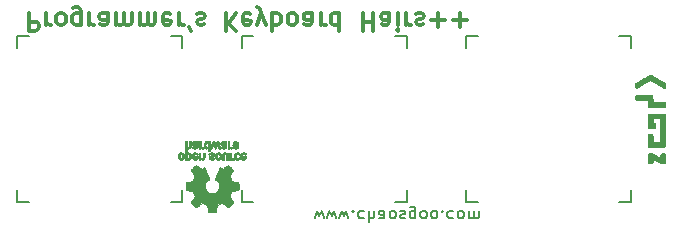
<source format=gbr>
%TF.GenerationSoftware,KiCad,Pcbnew,(5.1.9)-1*%
%TF.CreationDate,2021-04-12T14:13:55+08:00*%
%TF.ProjectId,HDSP_StatTrak,48445350-5f53-4746-9174-5472616b2e6b,rev?*%
%TF.SameCoordinates,Original*%
%TF.FileFunction,Legend,Bot*%
%TF.FilePolarity,Positive*%
%FSLAX46Y46*%
G04 Gerber Fmt 4.6, Leading zero omitted, Abs format (unit mm)*
G04 Created by KiCad (PCBNEW (5.1.9)-1) date 2021-04-12 14:13:55*
%MOMM*%
%LPD*%
G01*
G04 APERTURE LIST*
%ADD10C,0.200000*%
%ADD11C,0.300000*%
%ADD12C,0.010000*%
%ADD13C,0.150000*%
G04 APERTURE END LIST*
D10*
X113700000Y-93414285D02*
X113890476Y-92747619D01*
X114080952Y-93223809D01*
X114271428Y-92747619D01*
X114461904Y-93414285D01*
X114747619Y-93414285D02*
X114938095Y-92747619D01*
X115128571Y-93223809D01*
X115319047Y-92747619D01*
X115509523Y-93414285D01*
X115795238Y-93414285D02*
X115985714Y-92747619D01*
X116176190Y-93223809D01*
X116366666Y-92747619D01*
X116557142Y-93414285D01*
X116938095Y-92842857D02*
X116985714Y-92795238D01*
X116938095Y-92747619D01*
X116890476Y-92795238D01*
X116938095Y-92842857D01*
X116938095Y-92747619D01*
X117842857Y-92795238D02*
X117747619Y-92747619D01*
X117557142Y-92747619D01*
X117461904Y-92795238D01*
X117414285Y-92842857D01*
X117366666Y-92938095D01*
X117366666Y-93223809D01*
X117414285Y-93319047D01*
X117461904Y-93366666D01*
X117557142Y-93414285D01*
X117747619Y-93414285D01*
X117842857Y-93366666D01*
X118271428Y-92747619D02*
X118271428Y-93747619D01*
X118700000Y-92747619D02*
X118700000Y-93271428D01*
X118652380Y-93366666D01*
X118557142Y-93414285D01*
X118414285Y-93414285D01*
X118319047Y-93366666D01*
X118271428Y-93319047D01*
X119604761Y-92747619D02*
X119604761Y-93271428D01*
X119557142Y-93366666D01*
X119461904Y-93414285D01*
X119271428Y-93414285D01*
X119176190Y-93366666D01*
X119604761Y-92795238D02*
X119509523Y-92747619D01*
X119271428Y-92747619D01*
X119176190Y-92795238D01*
X119128571Y-92890476D01*
X119128571Y-92985714D01*
X119176190Y-93080952D01*
X119271428Y-93128571D01*
X119509523Y-93128571D01*
X119604761Y-93176190D01*
X120223809Y-92747619D02*
X120128571Y-92795238D01*
X120080952Y-92842857D01*
X120033333Y-92938095D01*
X120033333Y-93223809D01*
X120080952Y-93319047D01*
X120128571Y-93366666D01*
X120223809Y-93414285D01*
X120366666Y-93414285D01*
X120461904Y-93366666D01*
X120509523Y-93319047D01*
X120557142Y-93223809D01*
X120557142Y-92938095D01*
X120509523Y-92842857D01*
X120461904Y-92795238D01*
X120366666Y-92747619D01*
X120223809Y-92747619D01*
X120938095Y-92795238D02*
X121033333Y-92747619D01*
X121223809Y-92747619D01*
X121319047Y-92795238D01*
X121366666Y-92890476D01*
X121366666Y-92938095D01*
X121319047Y-93033333D01*
X121223809Y-93080952D01*
X121080952Y-93080952D01*
X120985714Y-93128571D01*
X120938095Y-93223809D01*
X120938095Y-93271428D01*
X120985714Y-93366666D01*
X121080952Y-93414285D01*
X121223809Y-93414285D01*
X121319047Y-93366666D01*
X122223809Y-93414285D02*
X122223809Y-92604761D01*
X122176190Y-92509523D01*
X122128571Y-92461904D01*
X122033333Y-92414285D01*
X121890476Y-92414285D01*
X121795238Y-92461904D01*
X122223809Y-92795238D02*
X122128571Y-92747619D01*
X121938095Y-92747619D01*
X121842857Y-92795238D01*
X121795238Y-92842857D01*
X121747619Y-92938095D01*
X121747619Y-93223809D01*
X121795238Y-93319047D01*
X121842857Y-93366666D01*
X121938095Y-93414285D01*
X122128571Y-93414285D01*
X122223809Y-93366666D01*
X122842857Y-92747619D02*
X122747619Y-92795238D01*
X122700000Y-92842857D01*
X122652380Y-92938095D01*
X122652380Y-93223809D01*
X122700000Y-93319047D01*
X122747619Y-93366666D01*
X122842857Y-93414285D01*
X122985714Y-93414285D01*
X123080952Y-93366666D01*
X123128571Y-93319047D01*
X123176190Y-93223809D01*
X123176190Y-92938095D01*
X123128571Y-92842857D01*
X123080952Y-92795238D01*
X122985714Y-92747619D01*
X122842857Y-92747619D01*
X123747619Y-92747619D02*
X123652380Y-92795238D01*
X123604761Y-92842857D01*
X123557142Y-92938095D01*
X123557142Y-93223809D01*
X123604761Y-93319047D01*
X123652380Y-93366666D01*
X123747619Y-93414285D01*
X123890476Y-93414285D01*
X123985714Y-93366666D01*
X124033333Y-93319047D01*
X124080952Y-93223809D01*
X124080952Y-92938095D01*
X124033333Y-92842857D01*
X123985714Y-92795238D01*
X123890476Y-92747619D01*
X123747619Y-92747619D01*
X124509523Y-92842857D02*
X124557142Y-92795238D01*
X124509523Y-92747619D01*
X124461904Y-92795238D01*
X124509523Y-92842857D01*
X124509523Y-92747619D01*
X125414285Y-92795238D02*
X125319047Y-92747619D01*
X125128571Y-92747619D01*
X125033333Y-92795238D01*
X124985714Y-92842857D01*
X124938095Y-92938095D01*
X124938095Y-93223809D01*
X124985714Y-93319047D01*
X125033333Y-93366666D01*
X125128571Y-93414285D01*
X125319047Y-93414285D01*
X125414285Y-93366666D01*
X125985714Y-92747619D02*
X125890476Y-92795238D01*
X125842857Y-92842857D01*
X125795238Y-92938095D01*
X125795238Y-93223809D01*
X125842857Y-93319047D01*
X125890476Y-93366666D01*
X125985714Y-93414285D01*
X126128571Y-93414285D01*
X126223809Y-93366666D01*
X126271428Y-93319047D01*
X126319047Y-93223809D01*
X126319047Y-92938095D01*
X126271428Y-92842857D01*
X126223809Y-92795238D01*
X126128571Y-92747619D01*
X125985714Y-92747619D01*
X126747619Y-92747619D02*
X126747619Y-93414285D01*
X126747619Y-93319047D02*
X126795238Y-93366666D01*
X126890476Y-93414285D01*
X127033333Y-93414285D01*
X127128571Y-93366666D01*
X127176190Y-93271428D01*
X127176190Y-92747619D01*
X127176190Y-93271428D02*
X127223809Y-93366666D01*
X127319047Y-93414285D01*
X127461904Y-93414285D01*
X127557142Y-93366666D01*
X127604761Y-93271428D01*
X127604761Y-92747619D01*
D11*
X117781142Y-76029428D02*
X117781142Y-77529428D01*
X117781142Y-76815142D02*
X118638285Y-76815142D01*
X118638285Y-76029428D02*
X118638285Y-77529428D01*
X119995428Y-76029428D02*
X119995428Y-76815142D01*
X119924000Y-76958000D01*
X119781142Y-77029428D01*
X119495428Y-77029428D01*
X119352571Y-76958000D01*
X119995428Y-76100857D02*
X119852571Y-76029428D01*
X119495428Y-76029428D01*
X119352571Y-76100857D01*
X119281142Y-76243714D01*
X119281142Y-76386571D01*
X119352571Y-76529428D01*
X119495428Y-76600857D01*
X119852571Y-76600857D01*
X119995428Y-76672285D01*
X120709714Y-76029428D02*
X120709714Y-77029428D01*
X120709714Y-77529428D02*
X120638285Y-77458000D01*
X120709714Y-77386571D01*
X120781142Y-77458000D01*
X120709714Y-77529428D01*
X120709714Y-77386571D01*
X121424000Y-76029428D02*
X121424000Y-77029428D01*
X121424000Y-76743714D02*
X121495428Y-76886571D01*
X121566857Y-76958000D01*
X121709714Y-77029428D01*
X121852571Y-77029428D01*
X122281142Y-76100857D02*
X122424000Y-76029428D01*
X122709714Y-76029428D01*
X122852571Y-76100857D01*
X122924000Y-76243714D01*
X122924000Y-76315142D01*
X122852571Y-76458000D01*
X122709714Y-76529428D01*
X122495428Y-76529428D01*
X122352571Y-76600857D01*
X122281142Y-76743714D01*
X122281142Y-76815142D01*
X122352571Y-76958000D01*
X122495428Y-77029428D01*
X122709714Y-77029428D01*
X122852571Y-76958000D01*
X123566857Y-76600857D02*
X124709714Y-76600857D01*
X124138285Y-76029428D02*
X124138285Y-77172285D01*
X125424000Y-76600857D02*
X126566857Y-76600857D01*
X125995428Y-76029428D02*
X125995428Y-77172285D01*
X89473142Y-76029428D02*
X89473142Y-77529428D01*
X90044571Y-77529428D01*
X90187428Y-77458000D01*
X90258857Y-77386571D01*
X90330285Y-77243714D01*
X90330285Y-77029428D01*
X90258857Y-76886571D01*
X90187428Y-76815142D01*
X90044571Y-76743714D01*
X89473142Y-76743714D01*
X90973142Y-76029428D02*
X90973142Y-77029428D01*
X90973142Y-76743714D02*
X91044571Y-76886571D01*
X91116000Y-76958000D01*
X91258857Y-77029428D01*
X91401714Y-77029428D01*
X92116000Y-76029428D02*
X91973142Y-76100857D01*
X91901714Y-76172285D01*
X91830285Y-76315142D01*
X91830285Y-76743714D01*
X91901714Y-76886571D01*
X91973142Y-76958000D01*
X92116000Y-77029428D01*
X92330285Y-77029428D01*
X92473142Y-76958000D01*
X92544571Y-76886571D01*
X92616000Y-76743714D01*
X92616000Y-76315142D01*
X92544571Y-76172285D01*
X92473142Y-76100857D01*
X92330285Y-76029428D01*
X92116000Y-76029428D01*
X93901714Y-77029428D02*
X93901714Y-75815142D01*
X93830285Y-75672285D01*
X93758857Y-75600857D01*
X93616000Y-75529428D01*
X93401714Y-75529428D01*
X93258857Y-75600857D01*
X93901714Y-76100857D02*
X93758857Y-76029428D01*
X93473142Y-76029428D01*
X93330285Y-76100857D01*
X93258857Y-76172285D01*
X93187428Y-76315142D01*
X93187428Y-76743714D01*
X93258857Y-76886571D01*
X93330285Y-76958000D01*
X93473142Y-77029428D01*
X93758857Y-77029428D01*
X93901714Y-76958000D01*
X94616000Y-76029428D02*
X94616000Y-77029428D01*
X94616000Y-76743714D02*
X94687428Y-76886571D01*
X94758857Y-76958000D01*
X94901714Y-77029428D01*
X95044571Y-77029428D01*
X96187428Y-76029428D02*
X96187428Y-76815142D01*
X96116000Y-76958000D01*
X95973142Y-77029428D01*
X95687428Y-77029428D01*
X95544571Y-76958000D01*
X96187428Y-76100857D02*
X96044571Y-76029428D01*
X95687428Y-76029428D01*
X95544571Y-76100857D01*
X95473142Y-76243714D01*
X95473142Y-76386571D01*
X95544571Y-76529428D01*
X95687428Y-76600857D01*
X96044571Y-76600857D01*
X96187428Y-76672285D01*
X96901714Y-76029428D02*
X96901714Y-77029428D01*
X96901714Y-76886571D02*
X96973142Y-76958000D01*
X97116000Y-77029428D01*
X97330285Y-77029428D01*
X97473142Y-76958000D01*
X97544571Y-76815142D01*
X97544571Y-76029428D01*
X97544571Y-76815142D02*
X97616000Y-76958000D01*
X97758857Y-77029428D01*
X97973142Y-77029428D01*
X98116000Y-76958000D01*
X98187428Y-76815142D01*
X98187428Y-76029428D01*
X98901714Y-76029428D02*
X98901714Y-77029428D01*
X98901714Y-76886571D02*
X98973142Y-76958000D01*
X99116000Y-77029428D01*
X99330285Y-77029428D01*
X99473142Y-76958000D01*
X99544571Y-76815142D01*
X99544571Y-76029428D01*
X99544571Y-76815142D02*
X99616000Y-76958000D01*
X99758857Y-77029428D01*
X99973142Y-77029428D01*
X100116000Y-76958000D01*
X100187428Y-76815142D01*
X100187428Y-76029428D01*
X101473142Y-76100857D02*
X101330285Y-76029428D01*
X101044571Y-76029428D01*
X100901714Y-76100857D01*
X100830285Y-76243714D01*
X100830285Y-76815142D01*
X100901714Y-76958000D01*
X101044571Y-77029428D01*
X101330285Y-77029428D01*
X101473142Y-76958000D01*
X101544571Y-76815142D01*
X101544571Y-76672285D01*
X100830285Y-76529428D01*
X102187428Y-76029428D02*
X102187428Y-77029428D01*
X102187428Y-76743714D02*
X102258857Y-76886571D01*
X102330285Y-76958000D01*
X102473142Y-77029428D01*
X102616000Y-77029428D01*
X103187428Y-77529428D02*
X103044571Y-77243714D01*
X103758857Y-76100857D02*
X103901714Y-76029428D01*
X104187428Y-76029428D01*
X104330285Y-76100857D01*
X104401714Y-76243714D01*
X104401714Y-76315142D01*
X104330285Y-76458000D01*
X104187428Y-76529428D01*
X103973142Y-76529428D01*
X103830285Y-76600857D01*
X103758857Y-76743714D01*
X103758857Y-76815142D01*
X103830285Y-76958000D01*
X103973142Y-77029428D01*
X104187428Y-77029428D01*
X104330285Y-76958000D01*
X106187428Y-76029428D02*
X106187428Y-77529428D01*
X107044571Y-76029428D02*
X106401714Y-76886571D01*
X107044571Y-77529428D02*
X106187428Y-76672285D01*
X108258857Y-76100857D02*
X108116000Y-76029428D01*
X107830285Y-76029428D01*
X107687428Y-76100857D01*
X107616000Y-76243714D01*
X107616000Y-76815142D01*
X107687428Y-76958000D01*
X107830285Y-77029428D01*
X108116000Y-77029428D01*
X108258857Y-76958000D01*
X108330285Y-76815142D01*
X108330285Y-76672285D01*
X107616000Y-76529428D01*
X108830285Y-77029428D02*
X109187428Y-76029428D01*
X109544571Y-77029428D02*
X109187428Y-76029428D01*
X109044571Y-75672285D01*
X108973142Y-75600857D01*
X108830285Y-75529428D01*
X110116000Y-76029428D02*
X110116000Y-77529428D01*
X110116000Y-76958000D02*
X110258857Y-77029428D01*
X110544571Y-77029428D01*
X110687428Y-76958000D01*
X110758857Y-76886571D01*
X110830285Y-76743714D01*
X110830285Y-76315142D01*
X110758857Y-76172285D01*
X110687428Y-76100857D01*
X110544571Y-76029428D01*
X110258857Y-76029428D01*
X110116000Y-76100857D01*
X111687428Y-76029428D02*
X111544571Y-76100857D01*
X111473142Y-76172285D01*
X111401714Y-76315142D01*
X111401714Y-76743714D01*
X111473142Y-76886571D01*
X111544571Y-76958000D01*
X111687428Y-77029428D01*
X111901714Y-77029428D01*
X112044571Y-76958000D01*
X112116000Y-76886571D01*
X112187428Y-76743714D01*
X112187428Y-76315142D01*
X112116000Y-76172285D01*
X112044571Y-76100857D01*
X111901714Y-76029428D01*
X111687428Y-76029428D01*
X113473142Y-76029428D02*
X113473142Y-76815142D01*
X113401714Y-76958000D01*
X113258857Y-77029428D01*
X112973142Y-77029428D01*
X112830285Y-76958000D01*
X113473142Y-76100857D02*
X113330285Y-76029428D01*
X112973142Y-76029428D01*
X112830285Y-76100857D01*
X112758857Y-76243714D01*
X112758857Y-76386571D01*
X112830285Y-76529428D01*
X112973142Y-76600857D01*
X113330285Y-76600857D01*
X113473142Y-76672285D01*
X114187428Y-76029428D02*
X114187428Y-77029428D01*
X114187428Y-76743714D02*
X114258857Y-76886571D01*
X114330285Y-76958000D01*
X114473142Y-77029428D01*
X114616000Y-77029428D01*
X115758857Y-76029428D02*
X115758857Y-77529428D01*
X115758857Y-76100857D02*
X115616000Y-76029428D01*
X115330285Y-76029428D01*
X115187428Y-76100857D01*
X115116000Y-76172285D01*
X115044571Y-76315142D01*
X115044571Y-76743714D01*
X115116000Y-76886571D01*
X115187428Y-76958000D01*
X115330285Y-77029428D01*
X115616000Y-77029428D01*
X115758857Y-76958000D01*
D12*
%TO.C,REF\u002A\u002A*%
G36*
X103091241Y-88430816D02*
G01*
X103117753Y-88417718D01*
X103150447Y-88394894D01*
X103174275Y-88370004D01*
X103190594Y-88338751D01*
X103200760Y-88296834D01*
X103206128Y-88239956D01*
X103208056Y-88163816D01*
X103208169Y-88131083D01*
X103207839Y-88059344D01*
X103206473Y-88008073D01*
X103203500Y-87972596D01*
X103198351Y-87948237D01*
X103190457Y-87930320D01*
X103182243Y-87918098D01*
X103129813Y-87866095D01*
X103068070Y-87834816D01*
X103001464Y-87825408D01*
X102934442Y-87839020D01*
X102913208Y-87848646D01*
X102862376Y-87875141D01*
X102862376Y-87459948D01*
X102899475Y-87479132D01*
X102948357Y-87493975D01*
X103008439Y-87497778D01*
X103068436Y-87490757D01*
X103113744Y-87474987D01*
X103151325Y-87444953D01*
X103183436Y-87401976D01*
X103185850Y-87397564D01*
X103196033Y-87376779D01*
X103203470Y-87355830D01*
X103208589Y-87330452D01*
X103211819Y-87296382D01*
X103213587Y-87249359D01*
X103214323Y-87185118D01*
X103214456Y-87112824D01*
X103214456Y-86882178D01*
X103076139Y-86882178D01*
X103076139Y-87307467D01*
X103037451Y-87340021D01*
X102997262Y-87366060D01*
X102959203Y-87370795D01*
X102920934Y-87358611D01*
X102900538Y-87346680D01*
X102885358Y-87329687D01*
X102874562Y-87304005D01*
X102867317Y-87266009D01*
X102862792Y-87212074D01*
X102860156Y-87138575D01*
X102859228Y-87089653D01*
X102856089Y-86888465D01*
X102790074Y-86884664D01*
X102724060Y-86880864D01*
X102724060Y-88129350D01*
X102862376Y-88129350D01*
X102865903Y-88059746D01*
X102877785Y-88011431D01*
X102899980Y-87981369D01*
X102934441Y-87966529D01*
X102969258Y-87963564D01*
X103008671Y-87966972D01*
X103034829Y-87980383D01*
X103051186Y-87998104D01*
X103064063Y-88017165D01*
X103071728Y-88038399D01*
X103075139Y-88068151D01*
X103075251Y-88112764D01*
X103074103Y-88150120D01*
X103071468Y-88206396D01*
X103067544Y-88243342D01*
X103060937Y-88266777D01*
X103050251Y-88282520D01*
X103040167Y-88291620D01*
X102998030Y-88311463D01*
X102948160Y-88314668D01*
X102919524Y-88307832D01*
X102891172Y-88283536D01*
X102872391Y-88236272D01*
X102863288Y-88166376D01*
X102862376Y-88129350D01*
X102724060Y-88129350D01*
X102724060Y-88441386D01*
X102793218Y-88441386D01*
X102834740Y-88439744D01*
X102856162Y-88433913D01*
X102862374Y-88422539D01*
X102862376Y-88422202D01*
X102865258Y-88411062D01*
X102877970Y-88412327D01*
X102903243Y-88424567D01*
X102962131Y-88443293D01*
X103028385Y-88445261D01*
X103091241Y-88430816D01*
G37*
X103091241Y-88430816D02*
X103117753Y-88417718D01*
X103150447Y-88394894D01*
X103174275Y-88370004D01*
X103190594Y-88338751D01*
X103200760Y-88296834D01*
X103206128Y-88239956D01*
X103208056Y-88163816D01*
X103208169Y-88131083D01*
X103207839Y-88059344D01*
X103206473Y-88008073D01*
X103203500Y-87972596D01*
X103198351Y-87948237D01*
X103190457Y-87930320D01*
X103182243Y-87918098D01*
X103129813Y-87866095D01*
X103068070Y-87834816D01*
X103001464Y-87825408D01*
X102934442Y-87839020D01*
X102913208Y-87848646D01*
X102862376Y-87875141D01*
X102862376Y-87459948D01*
X102899475Y-87479132D01*
X102948357Y-87493975D01*
X103008439Y-87497778D01*
X103068436Y-87490757D01*
X103113744Y-87474987D01*
X103151325Y-87444953D01*
X103183436Y-87401976D01*
X103185850Y-87397564D01*
X103196033Y-87376779D01*
X103203470Y-87355830D01*
X103208589Y-87330452D01*
X103211819Y-87296382D01*
X103213587Y-87249359D01*
X103214323Y-87185118D01*
X103214456Y-87112824D01*
X103214456Y-86882178D01*
X103076139Y-86882178D01*
X103076139Y-87307467D01*
X103037451Y-87340021D01*
X102997262Y-87366060D01*
X102959203Y-87370795D01*
X102920934Y-87358611D01*
X102900538Y-87346680D01*
X102885358Y-87329687D01*
X102874562Y-87304005D01*
X102867317Y-87266009D01*
X102862792Y-87212074D01*
X102860156Y-87138575D01*
X102859228Y-87089653D01*
X102856089Y-86888465D01*
X102790074Y-86884664D01*
X102724060Y-86880864D01*
X102724060Y-88129350D01*
X102862376Y-88129350D01*
X102865903Y-88059746D01*
X102877785Y-88011431D01*
X102899980Y-87981369D01*
X102934441Y-87966529D01*
X102969258Y-87963564D01*
X103008671Y-87966972D01*
X103034829Y-87980383D01*
X103051186Y-87998104D01*
X103064063Y-88017165D01*
X103071728Y-88038399D01*
X103075139Y-88068151D01*
X103075251Y-88112764D01*
X103074103Y-88150120D01*
X103071468Y-88206396D01*
X103067544Y-88243342D01*
X103060937Y-88266777D01*
X103050251Y-88282520D01*
X103040167Y-88291620D01*
X102998030Y-88311463D01*
X102948160Y-88314668D01*
X102919524Y-88307832D01*
X102891172Y-88283536D01*
X102872391Y-88236272D01*
X102863288Y-88166376D01*
X102862376Y-88129350D01*
X102724060Y-88129350D01*
X102724060Y-88441386D01*
X102793218Y-88441386D01*
X102834740Y-88439744D01*
X102856162Y-88433913D01*
X102862374Y-88422539D01*
X102862376Y-88422202D01*
X102865258Y-88411062D01*
X102877970Y-88412327D01*
X102903243Y-88424567D01*
X102962131Y-88443293D01*
X103028385Y-88445261D01*
X103091241Y-88430816D01*
G36*
X103615790Y-87493445D02*
G01*
X103674945Y-87477661D01*
X103719977Y-87449052D01*
X103751754Y-87411581D01*
X103761634Y-87395589D01*
X103768927Y-87378837D01*
X103774026Y-87357408D01*
X103777321Y-87327384D01*
X103779203Y-87284846D01*
X103780063Y-87225878D01*
X103780293Y-87146560D01*
X103780297Y-87125516D01*
X103780297Y-86882178D01*
X103719941Y-86882178D01*
X103681443Y-86884874D01*
X103652977Y-86891705D01*
X103645845Y-86895917D01*
X103626348Y-86903187D01*
X103606434Y-86895917D01*
X103573647Y-86886840D01*
X103526022Y-86883187D01*
X103473236Y-86884772D01*
X103424964Y-86891411D01*
X103396782Y-86899928D01*
X103342247Y-86934937D01*
X103308165Y-86983521D01*
X103292843Y-87048118D01*
X103292701Y-87049777D01*
X103294045Y-87078434D01*
X103415644Y-87078434D01*
X103426274Y-87045839D01*
X103443590Y-87027495D01*
X103478348Y-87013621D01*
X103524227Y-87008083D01*
X103571012Y-87010809D01*
X103608486Y-87021726D01*
X103618985Y-87028731D01*
X103637332Y-87061096D01*
X103641980Y-87097889D01*
X103641980Y-87146237D01*
X103572418Y-87146237D01*
X103506333Y-87141150D01*
X103456236Y-87126737D01*
X103425071Y-87104271D01*
X103415644Y-87078434D01*
X103294045Y-87078434D01*
X103296013Y-87120353D01*
X103319290Y-87176155D01*
X103363052Y-87218353D01*
X103369101Y-87222192D01*
X103395093Y-87234691D01*
X103427265Y-87242260D01*
X103472240Y-87245939D01*
X103525669Y-87246784D01*
X103641980Y-87246831D01*
X103641980Y-87295589D01*
X103637047Y-87333419D01*
X103624457Y-87358764D01*
X103622983Y-87360113D01*
X103594966Y-87371200D01*
X103552674Y-87375497D01*
X103505936Y-87373385D01*
X103464582Y-87365244D01*
X103440043Y-87353035D01*
X103426747Y-87343254D01*
X103412706Y-87341387D01*
X103393329Y-87349400D01*
X103364024Y-87369261D01*
X103320197Y-87402937D01*
X103316175Y-87406091D01*
X103318236Y-87417764D01*
X103335432Y-87437178D01*
X103361567Y-87458752D01*
X103390448Y-87476904D01*
X103399522Y-87481191D01*
X103432620Y-87489744D01*
X103481120Y-87495845D01*
X103535305Y-87498292D01*
X103537839Y-87498297D01*
X103615790Y-87493445D01*
G37*
X103615790Y-87493445D02*
X103674945Y-87477661D01*
X103719977Y-87449052D01*
X103751754Y-87411581D01*
X103761634Y-87395589D01*
X103768927Y-87378837D01*
X103774026Y-87357408D01*
X103777321Y-87327384D01*
X103779203Y-87284846D01*
X103780063Y-87225878D01*
X103780293Y-87146560D01*
X103780297Y-87125516D01*
X103780297Y-86882178D01*
X103719941Y-86882178D01*
X103681443Y-86884874D01*
X103652977Y-86891705D01*
X103645845Y-86895917D01*
X103626348Y-86903187D01*
X103606434Y-86895917D01*
X103573647Y-86886840D01*
X103526022Y-86883187D01*
X103473236Y-86884772D01*
X103424964Y-86891411D01*
X103396782Y-86899928D01*
X103342247Y-86934937D01*
X103308165Y-86983521D01*
X103292843Y-87048118D01*
X103292701Y-87049777D01*
X103294045Y-87078434D01*
X103415644Y-87078434D01*
X103426274Y-87045839D01*
X103443590Y-87027495D01*
X103478348Y-87013621D01*
X103524227Y-87008083D01*
X103571012Y-87010809D01*
X103608486Y-87021726D01*
X103618985Y-87028731D01*
X103637332Y-87061096D01*
X103641980Y-87097889D01*
X103641980Y-87146237D01*
X103572418Y-87146237D01*
X103506333Y-87141150D01*
X103456236Y-87126737D01*
X103425071Y-87104271D01*
X103415644Y-87078434D01*
X103294045Y-87078434D01*
X103296013Y-87120353D01*
X103319290Y-87176155D01*
X103363052Y-87218353D01*
X103369101Y-87222192D01*
X103395093Y-87234691D01*
X103427265Y-87242260D01*
X103472240Y-87245939D01*
X103525669Y-87246784D01*
X103641980Y-87246831D01*
X103641980Y-87295589D01*
X103637047Y-87333419D01*
X103624457Y-87358764D01*
X103622983Y-87360113D01*
X103594966Y-87371200D01*
X103552674Y-87375497D01*
X103505936Y-87373385D01*
X103464582Y-87365244D01*
X103440043Y-87353035D01*
X103426747Y-87343254D01*
X103412706Y-87341387D01*
X103393329Y-87349400D01*
X103364024Y-87369261D01*
X103320197Y-87402937D01*
X103316175Y-87406091D01*
X103318236Y-87417764D01*
X103335432Y-87437178D01*
X103361567Y-87458752D01*
X103390448Y-87476904D01*
X103399522Y-87481191D01*
X103432620Y-87489744D01*
X103481120Y-87495845D01*
X103535305Y-87498292D01*
X103537839Y-87498297D01*
X103615790Y-87493445D01*
G36*
X104006644Y-87496980D02*
G01*
X104025461Y-87491340D01*
X104031527Y-87478947D01*
X104031782Y-87473353D01*
X104032871Y-87457770D01*
X104040368Y-87455324D01*
X104060619Y-87466007D01*
X104072649Y-87473306D01*
X104110600Y-87488937D01*
X104155928Y-87496666D01*
X104203456Y-87497260D01*
X104248005Y-87491487D01*
X104284398Y-87480116D01*
X104307457Y-87463912D01*
X104312004Y-87443645D01*
X104309709Y-87438157D01*
X104292980Y-87415374D01*
X104267037Y-87387353D01*
X104262345Y-87382823D01*
X104237617Y-87361995D01*
X104216282Y-87355265D01*
X104186445Y-87359962D01*
X104174492Y-87363083D01*
X104137295Y-87370579D01*
X104111141Y-87367208D01*
X104089054Y-87355319D01*
X104068822Y-87339365D01*
X104053921Y-87319300D01*
X104043566Y-87291298D01*
X104036971Y-87251533D01*
X104033351Y-87196177D01*
X104031922Y-87121406D01*
X104031782Y-87076260D01*
X104031782Y-86882178D01*
X103906040Y-86882178D01*
X103906040Y-87498317D01*
X103968911Y-87498317D01*
X104006644Y-87496980D01*
G37*
X104006644Y-87496980D02*
X104025461Y-87491340D01*
X104031527Y-87478947D01*
X104031782Y-87473353D01*
X104032871Y-87457770D01*
X104040368Y-87455324D01*
X104060619Y-87466007D01*
X104072649Y-87473306D01*
X104110600Y-87488937D01*
X104155928Y-87496666D01*
X104203456Y-87497260D01*
X104248005Y-87491487D01*
X104284398Y-87480116D01*
X104307457Y-87463912D01*
X104312004Y-87443645D01*
X104309709Y-87438157D01*
X104292980Y-87415374D01*
X104267037Y-87387353D01*
X104262345Y-87382823D01*
X104237617Y-87361995D01*
X104216282Y-87355265D01*
X104186445Y-87359962D01*
X104174492Y-87363083D01*
X104137295Y-87370579D01*
X104111141Y-87367208D01*
X104089054Y-87355319D01*
X104068822Y-87339365D01*
X104053921Y-87319300D01*
X104043566Y-87291298D01*
X104036971Y-87251533D01*
X104033351Y-87196177D01*
X104031922Y-87121406D01*
X104031782Y-87076260D01*
X104031782Y-86882178D01*
X103906040Y-86882178D01*
X103906040Y-87498317D01*
X103968911Y-87498317D01*
X104006644Y-87496980D01*
G36*
X104798812Y-86882178D02*
G01*
X104729654Y-86882178D01*
X104689512Y-86883355D01*
X104668606Y-86888228D01*
X104661078Y-86898814D01*
X104660495Y-86905971D01*
X104659226Y-86920324D01*
X104651221Y-86923077D01*
X104630185Y-86914229D01*
X104613827Y-86905971D01*
X104551023Y-86886403D01*
X104482752Y-86885271D01*
X104427248Y-86899865D01*
X104375562Y-86935123D01*
X104336162Y-86987165D01*
X104314587Y-87048550D01*
X104314038Y-87051982D01*
X104310833Y-87089429D01*
X104309239Y-87143187D01*
X104309367Y-87183845D01*
X104446721Y-87183845D01*
X104449903Y-87129806D01*
X104457141Y-87085265D01*
X104466940Y-87060112D01*
X104504011Y-87025740D01*
X104548026Y-87013418D01*
X104593416Y-87023382D01*
X104632203Y-87053105D01*
X104646892Y-87073095D01*
X104655481Y-87096950D01*
X104659504Y-87131770D01*
X104660495Y-87184070D01*
X104658722Y-87235861D01*
X104654037Y-87281366D01*
X104647397Y-87311819D01*
X104646290Y-87314548D01*
X104619509Y-87347000D01*
X104580421Y-87364817D01*
X104536685Y-87367694D01*
X104495962Y-87355326D01*
X104465913Y-87327407D01*
X104462796Y-87321852D01*
X104453039Y-87287978D01*
X104447723Y-87239272D01*
X104446721Y-87183845D01*
X104309367Y-87183845D01*
X104309432Y-87204460D01*
X104310336Y-87237437D01*
X104316486Y-87319019D01*
X104329267Y-87380270D01*
X104350529Y-87425551D01*
X104382122Y-87459221D01*
X104412793Y-87478986D01*
X104455646Y-87492880D01*
X104508944Y-87497646D01*
X104563520Y-87493764D01*
X104610208Y-87481718D01*
X104634876Y-87467307D01*
X104660495Y-87444122D01*
X104660495Y-87737227D01*
X104798812Y-87737227D01*
X104798812Y-86882178D01*
G37*
X104798812Y-86882178D02*
X104729654Y-86882178D01*
X104689512Y-86883355D01*
X104668606Y-86888228D01*
X104661078Y-86898814D01*
X104660495Y-86905971D01*
X104659226Y-86920324D01*
X104651221Y-86923077D01*
X104630185Y-86914229D01*
X104613827Y-86905971D01*
X104551023Y-86886403D01*
X104482752Y-86885271D01*
X104427248Y-86899865D01*
X104375562Y-86935123D01*
X104336162Y-86987165D01*
X104314587Y-87048550D01*
X104314038Y-87051982D01*
X104310833Y-87089429D01*
X104309239Y-87143187D01*
X104309367Y-87183845D01*
X104446721Y-87183845D01*
X104449903Y-87129806D01*
X104457141Y-87085265D01*
X104466940Y-87060112D01*
X104504011Y-87025740D01*
X104548026Y-87013418D01*
X104593416Y-87023382D01*
X104632203Y-87053105D01*
X104646892Y-87073095D01*
X104655481Y-87096950D01*
X104659504Y-87131770D01*
X104660495Y-87184070D01*
X104658722Y-87235861D01*
X104654037Y-87281366D01*
X104647397Y-87311819D01*
X104646290Y-87314548D01*
X104619509Y-87347000D01*
X104580421Y-87364817D01*
X104536685Y-87367694D01*
X104495962Y-87355326D01*
X104465913Y-87327407D01*
X104462796Y-87321852D01*
X104453039Y-87287978D01*
X104447723Y-87239272D01*
X104446721Y-87183845D01*
X104309367Y-87183845D01*
X104309432Y-87204460D01*
X104310336Y-87237437D01*
X104316486Y-87319019D01*
X104329267Y-87380270D01*
X104350529Y-87425551D01*
X104382122Y-87459221D01*
X104412793Y-87478986D01*
X104455646Y-87492880D01*
X104508944Y-87497646D01*
X104563520Y-87493764D01*
X104610208Y-87481718D01*
X104634876Y-87467307D01*
X104660495Y-87444122D01*
X104660495Y-87737227D01*
X104798812Y-87737227D01*
X104798812Y-86882178D01*
G36*
X105281524Y-87495763D02*
G01*
X105331255Y-87492029D01*
X105461291Y-87102227D01*
X105481678Y-87171386D01*
X105493946Y-87214126D01*
X105510085Y-87271885D01*
X105527512Y-87335375D01*
X105536726Y-87369430D01*
X105571388Y-87498317D01*
X105714391Y-87498317D01*
X105671646Y-87363143D01*
X105650596Y-87296658D01*
X105625167Y-87216461D01*
X105598610Y-87132807D01*
X105574902Y-87058218D01*
X105520902Y-86888465D01*
X105462598Y-86884672D01*
X105404295Y-86880878D01*
X105372679Y-86985266D01*
X105353182Y-87050111D01*
X105331904Y-87121600D01*
X105313308Y-87184737D01*
X105312574Y-87187250D01*
X105298684Y-87230031D01*
X105286429Y-87259221D01*
X105277846Y-87270259D01*
X105276082Y-87268982D01*
X105269891Y-87251870D01*
X105258128Y-87215213D01*
X105242225Y-87163622D01*
X105223614Y-87101706D01*
X105213543Y-87067648D01*
X105159007Y-86882178D01*
X105043264Y-86882178D01*
X104950737Y-87174529D01*
X104924744Y-87256538D01*
X104901066Y-87331013D01*
X104880820Y-87394456D01*
X104865126Y-87443368D01*
X104855102Y-87474251D01*
X104852055Y-87483274D01*
X104854467Y-87492513D01*
X104873408Y-87496559D01*
X104912823Y-87496154D01*
X104918993Y-87495848D01*
X104992086Y-87492029D01*
X105039957Y-87315990D01*
X105057553Y-87251789D01*
X105073277Y-87195351D01*
X105085746Y-87151578D01*
X105093574Y-87125370D01*
X105095020Y-87121097D01*
X105101014Y-87126010D01*
X105113101Y-87151468D01*
X105129893Y-87194003D01*
X105150003Y-87250150D01*
X105167003Y-87300870D01*
X105231794Y-87499496D01*
X105281524Y-87495763D01*
G37*
X105281524Y-87495763D02*
X105331255Y-87492029D01*
X105461291Y-87102227D01*
X105481678Y-87171386D01*
X105493946Y-87214126D01*
X105510085Y-87271885D01*
X105527512Y-87335375D01*
X105536726Y-87369430D01*
X105571388Y-87498317D01*
X105714391Y-87498317D01*
X105671646Y-87363143D01*
X105650596Y-87296658D01*
X105625167Y-87216461D01*
X105598610Y-87132807D01*
X105574902Y-87058218D01*
X105520902Y-86888465D01*
X105462598Y-86884672D01*
X105404295Y-86880878D01*
X105372679Y-86985266D01*
X105353182Y-87050111D01*
X105331904Y-87121600D01*
X105313308Y-87184737D01*
X105312574Y-87187250D01*
X105298684Y-87230031D01*
X105286429Y-87259221D01*
X105277846Y-87270259D01*
X105276082Y-87268982D01*
X105269891Y-87251870D01*
X105258128Y-87215213D01*
X105242225Y-87163622D01*
X105223614Y-87101706D01*
X105213543Y-87067648D01*
X105159007Y-86882178D01*
X105043264Y-86882178D01*
X104950737Y-87174529D01*
X104924744Y-87256538D01*
X104901066Y-87331013D01*
X104880820Y-87394456D01*
X104865126Y-87443368D01*
X104855102Y-87474251D01*
X104852055Y-87483274D01*
X104854467Y-87492513D01*
X104873408Y-87496559D01*
X104912823Y-87496154D01*
X104918993Y-87495848D01*
X104992086Y-87492029D01*
X105039957Y-87315990D01*
X105057553Y-87251789D01*
X105073277Y-87195351D01*
X105085746Y-87151578D01*
X105093574Y-87125370D01*
X105095020Y-87121097D01*
X105101014Y-87126010D01*
X105113101Y-87151468D01*
X105129893Y-87194003D01*
X105150003Y-87250150D01*
X105167003Y-87300870D01*
X105231794Y-87499496D01*
X105281524Y-87495763D01*
G36*
X106038411Y-87494583D02*
G01*
X106091411Y-87481710D01*
X106106731Y-87474890D01*
X106136428Y-87457026D01*
X106159220Y-87436907D01*
X106176083Y-87411038D01*
X106187998Y-87375927D01*
X106195942Y-87328080D01*
X106200894Y-87264004D01*
X106203831Y-87180206D01*
X106204947Y-87124232D01*
X106209052Y-86882178D01*
X106138932Y-86882178D01*
X106096393Y-86883962D01*
X106074476Y-86890058D01*
X106068812Y-86900294D01*
X106065821Y-86911363D01*
X106052451Y-86909246D01*
X106034233Y-86900371D01*
X105988624Y-86886767D01*
X105930007Y-86883101D01*
X105868354Y-86889097D01*
X105813638Y-86904479D01*
X105808730Y-86906614D01*
X105758723Y-86941745D01*
X105725756Y-86990581D01*
X105710587Y-87047667D01*
X105711746Y-87068176D01*
X105835508Y-87068176D01*
X105846413Y-87040575D01*
X105878745Y-87020796D01*
X105930910Y-87010181D01*
X105958787Y-87008772D01*
X106005247Y-87012380D01*
X106036129Y-87026403D01*
X106043664Y-87033069D01*
X106064076Y-87069334D01*
X106068812Y-87102227D01*
X106068812Y-87146237D01*
X106007513Y-87146237D01*
X105936256Y-87142605D01*
X105886276Y-87131182D01*
X105854696Y-87111176D01*
X105847626Y-87102257D01*
X105835508Y-87068176D01*
X105711746Y-87068176D01*
X105713971Y-87107544D01*
X105736663Y-87164756D01*
X105767624Y-87203420D01*
X105786376Y-87220136D01*
X105804733Y-87231122D01*
X105828619Y-87237820D01*
X105863957Y-87241674D01*
X105916669Y-87244127D01*
X105937577Y-87244832D01*
X106068812Y-87249121D01*
X106068620Y-87288842D01*
X106063537Y-87330595D01*
X106045162Y-87355842D01*
X106008039Y-87371970D01*
X106007043Y-87372258D01*
X105954410Y-87378600D01*
X105902906Y-87370316D01*
X105864630Y-87350173D01*
X105849272Y-87340227D01*
X105832730Y-87341603D01*
X105807275Y-87356013D01*
X105792328Y-87366183D01*
X105763091Y-87387912D01*
X105744980Y-87404200D01*
X105742074Y-87408863D01*
X105754040Y-87432995D01*
X105789396Y-87461815D01*
X105804753Y-87471539D01*
X105848901Y-87488286D01*
X105908398Y-87497773D01*
X105974487Y-87499905D01*
X106038411Y-87494583D01*
G37*
X106038411Y-87494583D02*
X106091411Y-87481710D01*
X106106731Y-87474890D01*
X106136428Y-87457026D01*
X106159220Y-87436907D01*
X106176083Y-87411038D01*
X106187998Y-87375927D01*
X106195942Y-87328080D01*
X106200894Y-87264004D01*
X106203831Y-87180206D01*
X106204947Y-87124232D01*
X106209052Y-86882178D01*
X106138932Y-86882178D01*
X106096393Y-86883962D01*
X106074476Y-86890058D01*
X106068812Y-86900294D01*
X106065821Y-86911363D01*
X106052451Y-86909246D01*
X106034233Y-86900371D01*
X105988624Y-86886767D01*
X105930007Y-86883101D01*
X105868354Y-86889097D01*
X105813638Y-86904479D01*
X105808730Y-86906614D01*
X105758723Y-86941745D01*
X105725756Y-86990581D01*
X105710587Y-87047667D01*
X105711746Y-87068176D01*
X105835508Y-87068176D01*
X105846413Y-87040575D01*
X105878745Y-87020796D01*
X105930910Y-87010181D01*
X105958787Y-87008772D01*
X106005247Y-87012380D01*
X106036129Y-87026403D01*
X106043664Y-87033069D01*
X106064076Y-87069334D01*
X106068812Y-87102227D01*
X106068812Y-87146237D01*
X106007513Y-87146237D01*
X105936256Y-87142605D01*
X105886276Y-87131182D01*
X105854696Y-87111176D01*
X105847626Y-87102257D01*
X105835508Y-87068176D01*
X105711746Y-87068176D01*
X105713971Y-87107544D01*
X105736663Y-87164756D01*
X105767624Y-87203420D01*
X105786376Y-87220136D01*
X105804733Y-87231122D01*
X105828619Y-87237820D01*
X105863957Y-87241674D01*
X105916669Y-87244127D01*
X105937577Y-87244832D01*
X106068812Y-87249121D01*
X106068620Y-87288842D01*
X106063537Y-87330595D01*
X106045162Y-87355842D01*
X106008039Y-87371970D01*
X106007043Y-87372258D01*
X105954410Y-87378600D01*
X105902906Y-87370316D01*
X105864630Y-87350173D01*
X105849272Y-87340227D01*
X105832730Y-87341603D01*
X105807275Y-87356013D01*
X105792328Y-87366183D01*
X105763091Y-87387912D01*
X105744980Y-87404200D01*
X105742074Y-87408863D01*
X105754040Y-87432995D01*
X105789396Y-87461815D01*
X105804753Y-87471539D01*
X105848901Y-87488286D01*
X105908398Y-87497773D01*
X105974487Y-87499905D01*
X106038411Y-87494583D01*
G36*
X106635255Y-87498514D02*
G01*
X106683595Y-87488985D01*
X106711114Y-87474875D01*
X106740064Y-87451432D01*
X106698876Y-87399429D01*
X106673482Y-87367936D01*
X106656238Y-87352572D01*
X106639102Y-87350224D01*
X106614027Y-87357783D01*
X106602257Y-87362059D01*
X106554270Y-87368369D01*
X106510324Y-87354844D01*
X106478060Y-87324290D01*
X106472819Y-87314548D01*
X106467112Y-87288742D01*
X106462706Y-87241183D01*
X106459811Y-87175242D01*
X106458631Y-87094290D01*
X106458614Y-87082774D01*
X106458614Y-86882178D01*
X106320297Y-86882178D01*
X106320297Y-87498317D01*
X106389456Y-87498317D01*
X106429333Y-87497275D01*
X106450107Y-87492642D01*
X106457789Y-87482151D01*
X106458614Y-87472255D01*
X106458614Y-87446194D01*
X106491745Y-87472255D01*
X106529735Y-87490035D01*
X106580770Y-87498826D01*
X106635255Y-87498514D01*
G37*
X106635255Y-87498514D02*
X106683595Y-87488985D01*
X106711114Y-87474875D01*
X106740064Y-87451432D01*
X106698876Y-87399429D01*
X106673482Y-87367936D01*
X106656238Y-87352572D01*
X106639102Y-87350224D01*
X106614027Y-87357783D01*
X106602257Y-87362059D01*
X106554270Y-87368369D01*
X106510324Y-87354844D01*
X106478060Y-87324290D01*
X106472819Y-87314548D01*
X106467112Y-87288742D01*
X106462706Y-87241183D01*
X106459811Y-87175242D01*
X106458631Y-87094290D01*
X106458614Y-87082774D01*
X106458614Y-86882178D01*
X106320297Y-86882178D01*
X106320297Y-87498317D01*
X106389456Y-87498317D01*
X106429333Y-87497275D01*
X106450107Y-87492642D01*
X106457789Y-87482151D01*
X106458614Y-87472255D01*
X106458614Y-87446194D01*
X106491745Y-87472255D01*
X106529735Y-87490035D01*
X106580770Y-87498826D01*
X106635255Y-87498514D01*
G36*
X107032581Y-87495030D02*
G01*
X107092685Y-87479403D01*
X107143021Y-87447152D01*
X107167393Y-87423060D01*
X107207345Y-87366105D01*
X107230242Y-87300035D01*
X107238108Y-87218818D01*
X107238148Y-87212252D01*
X107238218Y-87146237D01*
X106858264Y-87146237D01*
X106866363Y-87111658D01*
X106880987Y-87080341D01*
X106906581Y-87047709D01*
X106911935Y-87042500D01*
X106957943Y-87014306D01*
X107010410Y-87009525D01*
X107070803Y-87028074D01*
X107081040Y-87033069D01*
X107112439Y-87048255D01*
X107133470Y-87056906D01*
X107137139Y-87057707D01*
X107149948Y-87049937D01*
X107174378Y-87030928D01*
X107186779Y-87020540D01*
X107212476Y-86996679D01*
X107220915Y-86980923D01*
X107215058Y-86966429D01*
X107211928Y-86962466D01*
X107190725Y-86945121D01*
X107155738Y-86924041D01*
X107131337Y-86911735D01*
X107062072Y-86890054D01*
X106985388Y-86883029D01*
X106912765Y-86891353D01*
X106892426Y-86897314D01*
X106829476Y-86931048D01*
X106782815Y-86982955D01*
X106752173Y-87053541D01*
X106737282Y-87143308D01*
X106735647Y-87190247D01*
X106740421Y-87258587D01*
X106860990Y-87258587D01*
X106872652Y-87253535D01*
X106903998Y-87249571D01*
X106949571Y-87247232D01*
X106980446Y-87246831D01*
X107035981Y-87247217D01*
X107071033Y-87249025D01*
X107090262Y-87253227D01*
X107098330Y-87260797D01*
X107099901Y-87271782D01*
X107089121Y-87305619D01*
X107061980Y-87339060D01*
X107026277Y-87364728D01*
X106990560Y-87375228D01*
X106942048Y-87365914D01*
X106900053Y-87338987D01*
X106870936Y-87300173D01*
X106860990Y-87258587D01*
X106740421Y-87258587D01*
X106742599Y-87289764D01*
X106764055Y-87369051D01*
X106800470Y-87428737D01*
X106852297Y-87469451D01*
X106919990Y-87491821D01*
X106956662Y-87496129D01*
X107032581Y-87495030D01*
G37*
X107032581Y-87495030D02*
X107092685Y-87479403D01*
X107143021Y-87447152D01*
X107167393Y-87423060D01*
X107207345Y-87366105D01*
X107230242Y-87300035D01*
X107238108Y-87218818D01*
X107238148Y-87212252D01*
X107238218Y-87146237D01*
X106858264Y-87146237D01*
X106866363Y-87111658D01*
X106880987Y-87080341D01*
X106906581Y-87047709D01*
X106911935Y-87042500D01*
X106957943Y-87014306D01*
X107010410Y-87009525D01*
X107070803Y-87028074D01*
X107081040Y-87033069D01*
X107112439Y-87048255D01*
X107133470Y-87056906D01*
X107137139Y-87057707D01*
X107149948Y-87049937D01*
X107174378Y-87030928D01*
X107186779Y-87020540D01*
X107212476Y-86996679D01*
X107220915Y-86980923D01*
X107215058Y-86966429D01*
X107211928Y-86962466D01*
X107190725Y-86945121D01*
X107155738Y-86924041D01*
X107131337Y-86911735D01*
X107062072Y-86890054D01*
X106985388Y-86883029D01*
X106912765Y-86891353D01*
X106892426Y-86897314D01*
X106829476Y-86931048D01*
X106782815Y-86982955D01*
X106752173Y-87053541D01*
X106737282Y-87143308D01*
X106735647Y-87190247D01*
X106740421Y-87258587D01*
X106860990Y-87258587D01*
X106872652Y-87253535D01*
X106903998Y-87249571D01*
X106949571Y-87247232D01*
X106980446Y-87246831D01*
X107035981Y-87247217D01*
X107071033Y-87249025D01*
X107090262Y-87253227D01*
X107098330Y-87260797D01*
X107099901Y-87271782D01*
X107089121Y-87305619D01*
X107061980Y-87339060D01*
X107026277Y-87364728D01*
X106990560Y-87375228D01*
X106942048Y-87365914D01*
X106900053Y-87338987D01*
X106870936Y-87300173D01*
X106860990Y-87258587D01*
X106740421Y-87258587D01*
X106742599Y-87289764D01*
X106764055Y-87369051D01*
X106800470Y-87428737D01*
X106852297Y-87469451D01*
X106919990Y-87491821D01*
X106956662Y-87496129D01*
X107032581Y-87495030D01*
G36*
X102461739Y-88434852D02*
G01*
X102527521Y-88405769D01*
X102577460Y-88357207D01*
X102611626Y-88289092D01*
X102630093Y-88201349D01*
X102631417Y-88187649D01*
X102632454Y-88091061D01*
X102619007Y-88006398D01*
X102591892Y-87937779D01*
X102577373Y-87915706D01*
X102526799Y-87868989D01*
X102462391Y-87838732D01*
X102390334Y-87826176D01*
X102316815Y-87832561D01*
X102260928Y-87852228D01*
X102212868Y-87885371D01*
X102173588Y-87928825D01*
X102172908Y-87929842D01*
X102156956Y-87956662D01*
X102146590Y-87983632D01*
X102140312Y-88017668D01*
X102136627Y-88065690D01*
X102135003Y-88105069D01*
X102134328Y-88140781D01*
X102260045Y-88140781D01*
X102261274Y-88105230D01*
X102265734Y-88057906D01*
X102273603Y-88027535D01*
X102287793Y-88005928D01*
X102301083Y-87993306D01*
X102348198Y-87966878D01*
X102397495Y-87963347D01*
X102443407Y-87982361D01*
X102466362Y-88003669D01*
X102482904Y-88025141D01*
X102492579Y-88045687D01*
X102496826Y-88072426D01*
X102497080Y-88112477D01*
X102495772Y-88149362D01*
X102492957Y-88202053D01*
X102488495Y-88236228D01*
X102480452Y-88258520D01*
X102466897Y-88275558D01*
X102456155Y-88285297D01*
X102411223Y-88310877D01*
X102362751Y-88312153D01*
X102322106Y-88297001D01*
X102287433Y-88265358D01*
X102266776Y-88213380D01*
X102260045Y-88140781D01*
X102134328Y-88140781D01*
X102133521Y-88183379D01*
X102136052Y-88241944D01*
X102143638Y-88285993D01*
X102157319Y-88320752D01*
X102178135Y-88351449D01*
X102185853Y-88360564D01*
X102234111Y-88405979D01*
X102285872Y-88432507D01*
X102349172Y-88443621D01*
X102380039Y-88444529D01*
X102461739Y-88434852D01*
G37*
X102461739Y-88434852D02*
X102527521Y-88405769D01*
X102577460Y-88357207D01*
X102611626Y-88289092D01*
X102630093Y-88201349D01*
X102631417Y-88187649D01*
X102632454Y-88091061D01*
X102619007Y-88006398D01*
X102591892Y-87937779D01*
X102577373Y-87915706D01*
X102526799Y-87868989D01*
X102462391Y-87838732D01*
X102390334Y-87826176D01*
X102316815Y-87832561D01*
X102260928Y-87852228D01*
X102212868Y-87885371D01*
X102173588Y-87928825D01*
X102172908Y-87929842D01*
X102156956Y-87956662D01*
X102146590Y-87983632D01*
X102140312Y-88017668D01*
X102136627Y-88065690D01*
X102135003Y-88105069D01*
X102134328Y-88140781D01*
X102260045Y-88140781D01*
X102261274Y-88105230D01*
X102265734Y-88057906D01*
X102273603Y-88027535D01*
X102287793Y-88005928D01*
X102301083Y-87993306D01*
X102348198Y-87966878D01*
X102397495Y-87963347D01*
X102443407Y-87982361D01*
X102466362Y-88003669D01*
X102482904Y-88025141D01*
X102492579Y-88045687D01*
X102496826Y-88072426D01*
X102497080Y-88112477D01*
X102495772Y-88149362D01*
X102492957Y-88202053D01*
X102488495Y-88236228D01*
X102480452Y-88258520D01*
X102466897Y-88275558D01*
X102456155Y-88285297D01*
X102411223Y-88310877D01*
X102362751Y-88312153D01*
X102322106Y-88297001D01*
X102287433Y-88265358D01*
X102266776Y-88213380D01*
X102260045Y-88140781D01*
X102134328Y-88140781D01*
X102133521Y-88183379D01*
X102136052Y-88241944D01*
X102143638Y-88285993D01*
X102157319Y-88320752D01*
X102178135Y-88351449D01*
X102185853Y-88360564D01*
X102234111Y-88405979D01*
X102285872Y-88432507D01*
X102349172Y-88443621D01*
X102380039Y-88444529D01*
X102461739Y-88434852D01*
G36*
X103643301Y-88427386D02*
G01*
X103655832Y-88421486D01*
X103699201Y-88389717D01*
X103740210Y-88343354D01*
X103770832Y-88292304D01*
X103779541Y-88268834D01*
X103787488Y-88226909D01*
X103792226Y-88176243D01*
X103792801Y-88155321D01*
X103792871Y-88089307D01*
X103412917Y-88089307D01*
X103421017Y-88054727D01*
X103440896Y-88013830D01*
X103475653Y-87978486D01*
X103517002Y-87955718D01*
X103543351Y-87950990D01*
X103579084Y-87956727D01*
X103621718Y-87971118D01*
X103636201Y-87977738D01*
X103689760Y-88004487D01*
X103735467Y-87969624D01*
X103761842Y-87946045D01*
X103775876Y-87926583D01*
X103776586Y-87920871D01*
X103764049Y-87907027D01*
X103736572Y-87885988D01*
X103711634Y-87869575D01*
X103644336Y-87840070D01*
X103568890Y-87826716D01*
X103494112Y-87830188D01*
X103434505Y-87848337D01*
X103373059Y-87887216D01*
X103329392Y-87938405D01*
X103302074Y-88004633D01*
X103289678Y-88088629D01*
X103288579Y-88127064D01*
X103292978Y-88215139D01*
X103293518Y-88217701D01*
X103419418Y-88217701D01*
X103422885Y-88209442D01*
X103437137Y-88204887D01*
X103466530Y-88202935D01*
X103515425Y-88202483D01*
X103534252Y-88202475D01*
X103591533Y-88203157D01*
X103627859Y-88205636D01*
X103647396Y-88210557D01*
X103654310Y-88218566D01*
X103654555Y-88221138D01*
X103646664Y-88241577D01*
X103626915Y-88270211D01*
X103618425Y-88280237D01*
X103586906Y-88308592D01*
X103554051Y-88319741D01*
X103536349Y-88320673D01*
X103488461Y-88309019D01*
X103448301Y-88277715D01*
X103422827Y-88232248D01*
X103422375Y-88230767D01*
X103419418Y-88217701D01*
X103293518Y-88217701D01*
X103307608Y-88284490D01*
X103333962Y-88339975D01*
X103366193Y-88379361D01*
X103425783Y-88422069D01*
X103495832Y-88444891D01*
X103570339Y-88446954D01*
X103643301Y-88427386D01*
G37*
X103643301Y-88427386D02*
X103655832Y-88421486D01*
X103699201Y-88389717D01*
X103740210Y-88343354D01*
X103770832Y-88292304D01*
X103779541Y-88268834D01*
X103787488Y-88226909D01*
X103792226Y-88176243D01*
X103792801Y-88155321D01*
X103792871Y-88089307D01*
X103412917Y-88089307D01*
X103421017Y-88054727D01*
X103440896Y-88013830D01*
X103475653Y-87978486D01*
X103517002Y-87955718D01*
X103543351Y-87950990D01*
X103579084Y-87956727D01*
X103621718Y-87971118D01*
X103636201Y-87977738D01*
X103689760Y-88004487D01*
X103735467Y-87969624D01*
X103761842Y-87946045D01*
X103775876Y-87926583D01*
X103776586Y-87920871D01*
X103764049Y-87907027D01*
X103736572Y-87885988D01*
X103711634Y-87869575D01*
X103644336Y-87840070D01*
X103568890Y-87826716D01*
X103494112Y-87830188D01*
X103434505Y-87848337D01*
X103373059Y-87887216D01*
X103329392Y-87938405D01*
X103302074Y-88004633D01*
X103289678Y-88088629D01*
X103288579Y-88127064D01*
X103292978Y-88215139D01*
X103293518Y-88217701D01*
X103419418Y-88217701D01*
X103422885Y-88209442D01*
X103437137Y-88204887D01*
X103466530Y-88202935D01*
X103515425Y-88202483D01*
X103534252Y-88202475D01*
X103591533Y-88203157D01*
X103627859Y-88205636D01*
X103647396Y-88210557D01*
X103654310Y-88218566D01*
X103654555Y-88221138D01*
X103646664Y-88241577D01*
X103626915Y-88270211D01*
X103618425Y-88280237D01*
X103586906Y-88308592D01*
X103554051Y-88319741D01*
X103536349Y-88320673D01*
X103488461Y-88309019D01*
X103448301Y-88277715D01*
X103422827Y-88232248D01*
X103422375Y-88230767D01*
X103419418Y-88217701D01*
X103293518Y-88217701D01*
X103307608Y-88284490D01*
X103333962Y-88339975D01*
X103366193Y-88379361D01*
X103425783Y-88422069D01*
X103495832Y-88444891D01*
X103570339Y-88446954D01*
X103643301Y-88427386D01*
G36*
X105014017Y-88443548D02*
G01*
X105061634Y-88434518D01*
X105111034Y-88415630D01*
X105116312Y-88413223D01*
X105153774Y-88393524D01*
X105179717Y-88375219D01*
X105188103Y-88363492D01*
X105180117Y-88344368D01*
X105160720Y-88316150D01*
X105152110Y-88305616D01*
X105116628Y-88264153D01*
X105070885Y-88291142D01*
X105027350Y-88309122D01*
X104977050Y-88318733D01*
X104928812Y-88319340D01*
X104891467Y-88310309D01*
X104882505Y-88304673D01*
X104865437Y-88278829D01*
X104863363Y-88249059D01*
X104876134Y-88225803D01*
X104883688Y-88221292D01*
X104906325Y-88215691D01*
X104946115Y-88209108D01*
X104995166Y-88202817D01*
X105004215Y-88201830D01*
X105082996Y-88188202D01*
X105140136Y-88165054D01*
X105178030Y-88130248D01*
X105199079Y-88081646D01*
X105205635Y-88022282D01*
X105196577Y-87954802D01*
X105167164Y-87901812D01*
X105117278Y-87863217D01*
X105046800Y-87838919D01*
X104968565Y-87829333D01*
X104904766Y-87829448D01*
X104853016Y-87838155D01*
X104817673Y-87850175D01*
X104773017Y-87871120D01*
X104731747Y-87895426D01*
X104717079Y-87906124D01*
X104679357Y-87936916D01*
X104724852Y-87982951D01*
X104770347Y-88028987D01*
X104822072Y-87994757D01*
X104873952Y-87969048D01*
X104929351Y-87955601D01*
X104982605Y-87954182D01*
X105028049Y-87964557D01*
X105060016Y-87986493D01*
X105070338Y-88005002D01*
X105068789Y-88034686D01*
X105043140Y-88057385D01*
X104993460Y-88073060D01*
X104939031Y-88080305D01*
X104855264Y-88094127D01*
X104793033Y-88120204D01*
X104751507Y-88159301D01*
X104729853Y-88212180D01*
X104726853Y-88274874D01*
X104741671Y-88340358D01*
X104775454Y-88389856D01*
X104828505Y-88423592D01*
X104901126Y-88441793D01*
X104954928Y-88445361D01*
X105014017Y-88443548D01*
G37*
X105014017Y-88443548D02*
X105061634Y-88434518D01*
X105111034Y-88415630D01*
X105116312Y-88413223D01*
X105153774Y-88393524D01*
X105179717Y-88375219D01*
X105188103Y-88363492D01*
X105180117Y-88344368D01*
X105160720Y-88316150D01*
X105152110Y-88305616D01*
X105116628Y-88264153D01*
X105070885Y-88291142D01*
X105027350Y-88309122D01*
X104977050Y-88318733D01*
X104928812Y-88319340D01*
X104891467Y-88310309D01*
X104882505Y-88304673D01*
X104865437Y-88278829D01*
X104863363Y-88249059D01*
X104876134Y-88225803D01*
X104883688Y-88221292D01*
X104906325Y-88215691D01*
X104946115Y-88209108D01*
X104995166Y-88202817D01*
X105004215Y-88201830D01*
X105082996Y-88188202D01*
X105140136Y-88165054D01*
X105178030Y-88130248D01*
X105199079Y-88081646D01*
X105205635Y-88022282D01*
X105196577Y-87954802D01*
X105167164Y-87901812D01*
X105117278Y-87863217D01*
X105046800Y-87838919D01*
X104968565Y-87829333D01*
X104904766Y-87829448D01*
X104853016Y-87838155D01*
X104817673Y-87850175D01*
X104773017Y-87871120D01*
X104731747Y-87895426D01*
X104717079Y-87906124D01*
X104679357Y-87936916D01*
X104724852Y-87982951D01*
X104770347Y-88028987D01*
X104822072Y-87994757D01*
X104873952Y-87969048D01*
X104929351Y-87955601D01*
X104982605Y-87954182D01*
X105028049Y-87964557D01*
X105060016Y-87986493D01*
X105070338Y-88005002D01*
X105068789Y-88034686D01*
X105043140Y-88057385D01*
X104993460Y-88073060D01*
X104939031Y-88080305D01*
X104855264Y-88094127D01*
X104793033Y-88120204D01*
X104751507Y-88159301D01*
X104729853Y-88212180D01*
X104726853Y-88274874D01*
X104741671Y-88340358D01*
X104775454Y-88389856D01*
X104828505Y-88423592D01*
X104901126Y-88441793D01*
X104954928Y-88445361D01*
X105014017Y-88443548D01*
G36*
X105610762Y-88433945D02*
G01*
X105674363Y-88399308D01*
X105724123Y-88344628D01*
X105747568Y-88300158D01*
X105757634Y-88260879D01*
X105764156Y-88204884D01*
X105766951Y-88140379D01*
X105765836Y-88075571D01*
X105760626Y-88018666D01*
X105754541Y-87988273D01*
X105734014Y-87946694D01*
X105698463Y-87902532D01*
X105655619Y-87863913D01*
X105613211Y-87838966D01*
X105612177Y-87838570D01*
X105559553Y-87827669D01*
X105497188Y-87827399D01*
X105437924Y-87837324D01*
X105415040Y-87845278D01*
X105356102Y-87878700D01*
X105313890Y-87922489D01*
X105286156Y-87980462D01*
X105270651Y-88056435D01*
X105267143Y-88096229D01*
X105267590Y-88146234D01*
X105402376Y-88146234D01*
X105406917Y-88073268D01*
X105419986Y-88017666D01*
X105440756Y-87982139D01*
X105455552Y-87971980D01*
X105493464Y-87964896D01*
X105538527Y-87966993D01*
X105577487Y-87977188D01*
X105587704Y-87982796D01*
X105614659Y-88015462D01*
X105632451Y-88065455D01*
X105640024Y-88126295D01*
X105636325Y-88191503D01*
X105628057Y-88230747D01*
X105604320Y-88276195D01*
X105566849Y-88304604D01*
X105521720Y-88314427D01*
X105475011Y-88304113D01*
X105439132Y-88278888D01*
X105420277Y-88258075D01*
X105409272Y-88237561D01*
X105404026Y-88209797D01*
X105402449Y-88167238D01*
X105402376Y-88146234D01*
X105267590Y-88146234D01*
X105268094Y-88202420D01*
X105285388Y-88289499D01*
X105319029Y-88357470D01*
X105369018Y-88406336D01*
X105435356Y-88436101D01*
X105449601Y-88439552D01*
X105535210Y-88447655D01*
X105610762Y-88433945D01*
G37*
X105610762Y-88433945D02*
X105674363Y-88399308D01*
X105724123Y-88344628D01*
X105747568Y-88300158D01*
X105757634Y-88260879D01*
X105764156Y-88204884D01*
X105766951Y-88140379D01*
X105765836Y-88075571D01*
X105760626Y-88018666D01*
X105754541Y-87988273D01*
X105734014Y-87946694D01*
X105698463Y-87902532D01*
X105655619Y-87863913D01*
X105613211Y-87838966D01*
X105612177Y-87838570D01*
X105559553Y-87827669D01*
X105497188Y-87827399D01*
X105437924Y-87837324D01*
X105415040Y-87845278D01*
X105356102Y-87878700D01*
X105313890Y-87922489D01*
X105286156Y-87980462D01*
X105270651Y-88056435D01*
X105267143Y-88096229D01*
X105267590Y-88146234D01*
X105402376Y-88146234D01*
X105406917Y-88073268D01*
X105419986Y-88017666D01*
X105440756Y-87982139D01*
X105455552Y-87971980D01*
X105493464Y-87964896D01*
X105538527Y-87966993D01*
X105577487Y-87977188D01*
X105587704Y-87982796D01*
X105614659Y-88015462D01*
X105632451Y-88065455D01*
X105640024Y-88126295D01*
X105636325Y-88191503D01*
X105628057Y-88230747D01*
X105604320Y-88276195D01*
X105566849Y-88304604D01*
X105521720Y-88314427D01*
X105475011Y-88304113D01*
X105439132Y-88278888D01*
X105420277Y-88258075D01*
X105409272Y-88237561D01*
X105404026Y-88209797D01*
X105402449Y-88167238D01*
X105402376Y-88146234D01*
X105267590Y-88146234D01*
X105268094Y-88202420D01*
X105285388Y-88289499D01*
X105319029Y-88357470D01*
X105369018Y-88406336D01*
X105435356Y-88436101D01*
X105449601Y-88439552D01*
X105535210Y-88447655D01*
X105610762Y-88433945D01*
G36*
X105993367Y-88245658D02*
G01*
X105994555Y-88153437D01*
X105998897Y-88083390D01*
X106007558Y-88032619D01*
X106021704Y-87998228D01*
X106042500Y-87977321D01*
X106071110Y-87967000D01*
X106106535Y-87964364D01*
X106143636Y-87967318D01*
X106171818Y-87978111D01*
X106192243Y-87999640D01*
X106206079Y-88034801D01*
X106214491Y-88086490D01*
X106218643Y-88157606D01*
X106219703Y-88245658D01*
X106219703Y-88441386D01*
X106358020Y-88441386D01*
X106358020Y-87837821D01*
X106288862Y-87837821D01*
X106247170Y-87839511D01*
X106225701Y-87845444D01*
X106219703Y-87856707D01*
X106216091Y-87866739D01*
X106201714Y-87864617D01*
X106172736Y-87850420D01*
X106106319Y-87828520D01*
X106035875Y-87830072D01*
X105968377Y-87853853D01*
X105936233Y-87872638D01*
X105911715Y-87892978D01*
X105893804Y-87918427D01*
X105881479Y-87952542D01*
X105873723Y-87998879D01*
X105869516Y-88060993D01*
X105867840Y-88142439D01*
X105867624Y-88205422D01*
X105867624Y-88441386D01*
X105993367Y-88441386D01*
X105993367Y-88245658D01*
G37*
X105993367Y-88245658D02*
X105994555Y-88153437D01*
X105998897Y-88083390D01*
X106007558Y-88032619D01*
X106021704Y-87998228D01*
X106042500Y-87977321D01*
X106071110Y-87967000D01*
X106106535Y-87964364D01*
X106143636Y-87967318D01*
X106171818Y-87978111D01*
X106192243Y-87999640D01*
X106206079Y-88034801D01*
X106214491Y-88086490D01*
X106218643Y-88157606D01*
X106219703Y-88245658D01*
X106219703Y-88441386D01*
X106358020Y-88441386D01*
X106358020Y-87837821D01*
X106288862Y-87837821D01*
X106247170Y-87839511D01*
X106225701Y-87845444D01*
X106219703Y-87856707D01*
X106216091Y-87866739D01*
X106201714Y-87864617D01*
X106172736Y-87850420D01*
X106106319Y-87828520D01*
X106035875Y-87830072D01*
X105968377Y-87853853D01*
X105936233Y-87872638D01*
X105911715Y-87892978D01*
X105893804Y-87918427D01*
X105881479Y-87952542D01*
X105873723Y-87998879D01*
X105869516Y-88060993D01*
X105867840Y-88142439D01*
X105867624Y-88205422D01*
X105867624Y-88441386D01*
X105993367Y-88441386D01*
X105993367Y-88245658D01*
G36*
X107217226Y-88436120D02*
G01*
X107290080Y-88405170D01*
X107313027Y-88390105D01*
X107342354Y-88366952D01*
X107360764Y-88348747D01*
X107363961Y-88342817D01*
X107354935Y-88329660D01*
X107331837Y-88307333D01*
X107313344Y-88291750D01*
X107262728Y-88251074D01*
X107222760Y-88284705D01*
X107191874Y-88306416D01*
X107161759Y-88313910D01*
X107127292Y-88312080D01*
X107072561Y-88298472D01*
X107034886Y-88270228D01*
X107011991Y-88224567D01*
X107001597Y-88158711D01*
X107001595Y-88158669D01*
X107002494Y-88085061D01*
X107016463Y-88031054D01*
X107044328Y-87994284D01*
X107063325Y-87981832D01*
X107113776Y-87966327D01*
X107167663Y-87966317D01*
X107214546Y-87981362D01*
X107225644Y-87988713D01*
X107253476Y-88007489D01*
X107275236Y-88010566D01*
X107298704Y-87996591D01*
X107324649Y-87971490D01*
X107365716Y-87929120D01*
X107320121Y-87891536D01*
X107249674Y-87849118D01*
X107170233Y-87828215D01*
X107087215Y-87829728D01*
X107032694Y-87843589D01*
X106968970Y-87877865D01*
X106918005Y-87931788D01*
X106894851Y-87969851D01*
X106876099Y-88024464D01*
X106866715Y-88093631D01*
X106866643Y-88168593D01*
X106875824Y-88240591D01*
X106894199Y-88300863D01*
X106897093Y-88307042D01*
X106939952Y-88367649D01*
X106997979Y-88411776D01*
X107066591Y-88438507D01*
X107141201Y-88446927D01*
X107217226Y-88436120D01*
G37*
X107217226Y-88436120D02*
X107290080Y-88405170D01*
X107313027Y-88390105D01*
X107342354Y-88366952D01*
X107360764Y-88348747D01*
X107363961Y-88342817D01*
X107354935Y-88329660D01*
X107331837Y-88307333D01*
X107313344Y-88291750D01*
X107262728Y-88251074D01*
X107222760Y-88284705D01*
X107191874Y-88306416D01*
X107161759Y-88313910D01*
X107127292Y-88312080D01*
X107072561Y-88298472D01*
X107034886Y-88270228D01*
X107011991Y-88224567D01*
X107001597Y-88158711D01*
X107001595Y-88158669D01*
X107002494Y-88085061D01*
X107016463Y-88031054D01*
X107044328Y-87994284D01*
X107063325Y-87981832D01*
X107113776Y-87966327D01*
X107167663Y-87966317D01*
X107214546Y-87981362D01*
X107225644Y-87988713D01*
X107253476Y-88007489D01*
X107275236Y-88010566D01*
X107298704Y-87996591D01*
X107324649Y-87971490D01*
X107365716Y-87929120D01*
X107320121Y-87891536D01*
X107249674Y-87849118D01*
X107170233Y-87828215D01*
X107087215Y-87829728D01*
X107032694Y-87843589D01*
X106968970Y-87877865D01*
X106918005Y-87931788D01*
X106894851Y-87969851D01*
X106876099Y-88024464D01*
X106866715Y-88093631D01*
X106866643Y-88168593D01*
X106875824Y-88240591D01*
X106894199Y-88300863D01*
X106897093Y-88307042D01*
X106939952Y-88367649D01*
X106997979Y-88411776D01*
X107066591Y-88438507D01*
X107141201Y-88446927D01*
X107217226Y-88436120D01*
G36*
X107677898Y-88443543D02*
G01*
X107710096Y-88435721D01*
X107771825Y-88407079D01*
X107824610Y-88363333D01*
X107861141Y-88310883D01*
X107866160Y-88299107D01*
X107873045Y-88268260D01*
X107877864Y-88222629D01*
X107879505Y-88176508D01*
X107879505Y-88089307D01*
X107697178Y-88089307D01*
X107621979Y-88089022D01*
X107569003Y-88087296D01*
X107535325Y-88082819D01*
X107518020Y-88074280D01*
X107514163Y-88060370D01*
X107520829Y-88039778D01*
X107532770Y-88015685D01*
X107566080Y-87975475D01*
X107612368Y-87955442D01*
X107668944Y-87956095D01*
X107733031Y-87977899D01*
X107788417Y-88004807D01*
X107834375Y-87968468D01*
X107880333Y-87932128D01*
X107837096Y-87892181D01*
X107779374Y-87854437D01*
X107708386Y-87831680D01*
X107632029Y-87825312D01*
X107558199Y-87836732D01*
X107546287Y-87840607D01*
X107481399Y-87874494D01*
X107433130Y-87925014D01*
X107400465Y-87993675D01*
X107382385Y-88081986D01*
X107382175Y-88083879D01*
X107380556Y-88180122D01*
X107387100Y-88214458D01*
X107514852Y-88214458D01*
X107526584Y-88209178D01*
X107558438Y-88205133D01*
X107605397Y-88202824D01*
X107635154Y-88202475D01*
X107690648Y-88202694D01*
X107725346Y-88204084D01*
X107743601Y-88207749D01*
X107749766Y-88214790D01*
X107748195Y-88226310D01*
X107746878Y-88230767D01*
X107724382Y-88272645D01*
X107689003Y-88306396D01*
X107657780Y-88321227D01*
X107616301Y-88320332D01*
X107574269Y-88301836D01*
X107539012Y-88271214D01*
X107517854Y-88233938D01*
X107514852Y-88214458D01*
X107387100Y-88214458D01*
X107396690Y-88264771D01*
X107428698Y-88335809D01*
X107474701Y-88391221D01*
X107532821Y-88428991D01*
X107601180Y-88447104D01*
X107677898Y-88443543D01*
G37*
X107677898Y-88443543D02*
X107710096Y-88435721D01*
X107771825Y-88407079D01*
X107824610Y-88363333D01*
X107861141Y-88310883D01*
X107866160Y-88299107D01*
X107873045Y-88268260D01*
X107877864Y-88222629D01*
X107879505Y-88176508D01*
X107879505Y-88089307D01*
X107697178Y-88089307D01*
X107621979Y-88089022D01*
X107569003Y-88087296D01*
X107535325Y-88082819D01*
X107518020Y-88074280D01*
X107514163Y-88060370D01*
X107520829Y-88039778D01*
X107532770Y-88015685D01*
X107566080Y-87975475D01*
X107612368Y-87955442D01*
X107668944Y-87956095D01*
X107733031Y-87977899D01*
X107788417Y-88004807D01*
X107834375Y-87968468D01*
X107880333Y-87932128D01*
X107837096Y-87892181D01*
X107779374Y-87854437D01*
X107708386Y-87831680D01*
X107632029Y-87825312D01*
X107558199Y-87836732D01*
X107546287Y-87840607D01*
X107481399Y-87874494D01*
X107433130Y-87925014D01*
X107400465Y-87993675D01*
X107382385Y-88081986D01*
X107382175Y-88083879D01*
X107380556Y-88180122D01*
X107387100Y-88214458D01*
X107514852Y-88214458D01*
X107526584Y-88209178D01*
X107558438Y-88205133D01*
X107605397Y-88202824D01*
X107635154Y-88202475D01*
X107690648Y-88202694D01*
X107725346Y-88204084D01*
X107743601Y-88207749D01*
X107749766Y-88214790D01*
X107748195Y-88226310D01*
X107746878Y-88230767D01*
X107724382Y-88272645D01*
X107689003Y-88306396D01*
X107657780Y-88321227D01*
X107616301Y-88320332D01*
X107574269Y-88301836D01*
X107539012Y-88271214D01*
X107517854Y-88233938D01*
X107514852Y-88214458D01*
X107387100Y-88214458D01*
X107396690Y-88264771D01*
X107428698Y-88335809D01*
X107474701Y-88391221D01*
X107532821Y-88428991D01*
X107601180Y-88447104D01*
X107677898Y-88443543D01*
G36*
X104245988Y-88430998D02*
G01*
X104277283Y-88416050D01*
X104307591Y-88394459D01*
X104330682Y-88369609D01*
X104347500Y-88337913D01*
X104358994Y-88295786D01*
X104366109Y-88239642D01*
X104369793Y-88165894D01*
X104370992Y-88070956D01*
X104371011Y-88061015D01*
X104371287Y-87837821D01*
X104232970Y-87837821D01*
X104232970Y-88043582D01*
X104232872Y-88119811D01*
X104232191Y-88175061D01*
X104230349Y-88213499D01*
X104226767Y-88239294D01*
X104220868Y-88256616D01*
X104212073Y-88269632D01*
X104199820Y-88282493D01*
X104156953Y-88310127D01*
X104110157Y-88315255D01*
X104065576Y-88297783D01*
X104050072Y-88284779D01*
X104038690Y-88272553D01*
X104030519Y-88259460D01*
X104025026Y-88241385D01*
X104021680Y-88214213D01*
X104019949Y-88173830D01*
X104019303Y-88116121D01*
X104019208Y-88045868D01*
X104019208Y-87837821D01*
X103880891Y-87837821D01*
X103880891Y-88441386D01*
X103950050Y-88441386D01*
X103991572Y-88439744D01*
X104012994Y-88433913D01*
X104019205Y-88422539D01*
X104019208Y-88422202D01*
X104022090Y-88411062D01*
X104034801Y-88412326D01*
X104060074Y-88424566D01*
X104117395Y-88442576D01*
X104182963Y-88444579D01*
X104245988Y-88430998D01*
G37*
X104245988Y-88430998D02*
X104277283Y-88416050D01*
X104307591Y-88394459D01*
X104330682Y-88369609D01*
X104347500Y-88337913D01*
X104358994Y-88295786D01*
X104366109Y-88239642D01*
X104369793Y-88165894D01*
X104370992Y-88070956D01*
X104371011Y-88061015D01*
X104371287Y-87837821D01*
X104232970Y-87837821D01*
X104232970Y-88043582D01*
X104232872Y-88119811D01*
X104232191Y-88175061D01*
X104230349Y-88213499D01*
X104226767Y-88239294D01*
X104220868Y-88256616D01*
X104212073Y-88269632D01*
X104199820Y-88282493D01*
X104156953Y-88310127D01*
X104110157Y-88315255D01*
X104065576Y-88297783D01*
X104050072Y-88284779D01*
X104038690Y-88272553D01*
X104030519Y-88259460D01*
X104025026Y-88241385D01*
X104021680Y-88214213D01*
X104019949Y-88173830D01*
X104019303Y-88116121D01*
X104019208Y-88045868D01*
X104019208Y-87837821D01*
X103880891Y-87837821D01*
X103880891Y-88441386D01*
X103950050Y-88441386D01*
X103991572Y-88439744D01*
X104012994Y-88433913D01*
X104019205Y-88422539D01*
X104019208Y-88422202D01*
X104022090Y-88411062D01*
X104034801Y-88412326D01*
X104060074Y-88424566D01*
X104117395Y-88442576D01*
X104182963Y-88444579D01*
X104245988Y-88430998D01*
G36*
X106799460Y-88441970D02*
G01*
X106842711Y-88428755D01*
X106870558Y-88412059D01*
X106879629Y-88398855D01*
X106877132Y-88383203D01*
X106860931Y-88358615D01*
X106847232Y-88341200D01*
X106818992Y-88309717D01*
X106797775Y-88296471D01*
X106779688Y-88297336D01*
X106726035Y-88310990D01*
X106686630Y-88310370D01*
X106654632Y-88294896D01*
X106643890Y-88285839D01*
X106609505Y-88253973D01*
X106609505Y-87837821D01*
X106471188Y-87837821D01*
X106471188Y-88441386D01*
X106540347Y-88441386D01*
X106581869Y-88439744D01*
X106603291Y-88433913D01*
X106609502Y-88422539D01*
X106609505Y-88422202D01*
X106612439Y-88410287D01*
X106625704Y-88411841D01*
X106644084Y-88420437D01*
X106682046Y-88436432D01*
X106712872Y-88446055D01*
X106752536Y-88448522D01*
X106799460Y-88441970D01*
G37*
X106799460Y-88441970D02*
X106842711Y-88428755D01*
X106870558Y-88412059D01*
X106879629Y-88398855D01*
X106877132Y-88383203D01*
X106860931Y-88358615D01*
X106847232Y-88341200D01*
X106818992Y-88309717D01*
X106797775Y-88296471D01*
X106779688Y-88297336D01*
X106726035Y-88310990D01*
X106686630Y-88310370D01*
X106654632Y-88294896D01*
X106643890Y-88285839D01*
X106609505Y-88253973D01*
X106609505Y-87837821D01*
X106471188Y-87837821D01*
X106471188Y-88441386D01*
X106540347Y-88441386D01*
X106581869Y-88439744D01*
X106603291Y-88433913D01*
X106609502Y-88422539D01*
X106609505Y-88422202D01*
X106612439Y-88410287D01*
X106625704Y-88411841D01*
X106644084Y-88420437D01*
X106682046Y-88436432D01*
X106712872Y-88446055D01*
X106752536Y-88448522D01*
X106799460Y-88441970D01*
G36*
X105376964Y-92609982D02*
G01*
X105433812Y-92308430D01*
X105853338Y-92135488D01*
X106104984Y-92306605D01*
X106175458Y-92354250D01*
X106239163Y-92396790D01*
X106293126Y-92432285D01*
X106334373Y-92458790D01*
X106359934Y-92474364D01*
X106366895Y-92477722D01*
X106379435Y-92469086D01*
X106406231Y-92445208D01*
X106444280Y-92409141D01*
X106490579Y-92363933D01*
X106542123Y-92312636D01*
X106595909Y-92258299D01*
X106648935Y-92203972D01*
X106698195Y-92152705D01*
X106740687Y-92107549D01*
X106773407Y-92071554D01*
X106793351Y-92047770D01*
X106798119Y-92039810D01*
X106791257Y-92025135D01*
X106772020Y-91992986D01*
X106742430Y-91946508D01*
X106704510Y-91888844D01*
X106660282Y-91823140D01*
X106634654Y-91785664D01*
X106587941Y-91717232D01*
X106546432Y-91655480D01*
X106512140Y-91603481D01*
X106487080Y-91564308D01*
X106473264Y-91541035D01*
X106471188Y-91536145D01*
X106475895Y-91522245D01*
X106488723Y-91489850D01*
X106507738Y-91443515D01*
X106531003Y-91387794D01*
X106556584Y-91327242D01*
X106582545Y-91266414D01*
X106606950Y-91209864D01*
X106627863Y-91162148D01*
X106643349Y-91127819D01*
X106651472Y-91111432D01*
X106651952Y-91110788D01*
X106664707Y-91107659D01*
X106698677Y-91100679D01*
X106750340Y-91090533D01*
X106816176Y-91077908D01*
X106892664Y-91063491D01*
X106937290Y-91055177D01*
X107019021Y-91039616D01*
X107092843Y-91024808D01*
X107155021Y-91011564D01*
X107201822Y-91000695D01*
X107229509Y-90993011D01*
X107235074Y-90990573D01*
X107240526Y-90974070D01*
X107244924Y-90936800D01*
X107248272Y-90883120D01*
X107250574Y-90817388D01*
X107251832Y-90743963D01*
X107252048Y-90667204D01*
X107251227Y-90591468D01*
X107249371Y-90521114D01*
X107246482Y-90460500D01*
X107242565Y-90413984D01*
X107237622Y-90385925D01*
X107234657Y-90380084D01*
X107216934Y-90373083D01*
X107179381Y-90363073D01*
X107126964Y-90351231D01*
X107064652Y-90338733D01*
X107042900Y-90334690D01*
X106938024Y-90315480D01*
X106855180Y-90300009D01*
X106791630Y-90287663D01*
X106744637Y-90277827D01*
X106711463Y-90269886D01*
X106689371Y-90263224D01*
X106675624Y-90257227D01*
X106667484Y-90251281D01*
X106666345Y-90250106D01*
X106654977Y-90231174D01*
X106637635Y-90194331D01*
X106616050Y-90144087D01*
X106591954Y-90084954D01*
X106567079Y-90021444D01*
X106543157Y-89958068D01*
X106521919Y-89899338D01*
X106505097Y-89849765D01*
X106494422Y-89813861D01*
X106491627Y-89796138D01*
X106491860Y-89795517D01*
X106501331Y-89781030D01*
X106522818Y-89749156D01*
X106554063Y-89703211D01*
X106592807Y-89646515D01*
X106636793Y-89582383D01*
X106649319Y-89564158D01*
X106693984Y-89498086D01*
X106733288Y-89437800D01*
X106765088Y-89386765D01*
X106787245Y-89348440D01*
X106797617Y-89326289D01*
X106798119Y-89323568D01*
X106789405Y-89309264D01*
X106765325Y-89280928D01*
X106728976Y-89241604D01*
X106683453Y-89194339D01*
X106631852Y-89142177D01*
X106577267Y-89088165D01*
X106522794Y-89035347D01*
X106471529Y-88986769D01*
X106426567Y-88945477D01*
X106391004Y-88914515D01*
X106367935Y-88896930D01*
X106361554Y-88894059D01*
X106346699Y-88900822D01*
X106316286Y-88919061D01*
X106275268Y-88945703D01*
X106243709Y-88967148D01*
X106186525Y-89006497D01*
X106118806Y-89052829D01*
X106050880Y-89099087D01*
X106014361Y-89123845D01*
X105890752Y-89207453D01*
X105786991Y-89151350D01*
X105739720Y-89126772D01*
X105699523Y-89107669D01*
X105672326Y-89096773D01*
X105665402Y-89095257D01*
X105657077Y-89106451D01*
X105640654Y-89138083D01*
X105617357Y-89187235D01*
X105588414Y-89250990D01*
X105555050Y-89326429D01*
X105518491Y-89410636D01*
X105479964Y-89500692D01*
X105440694Y-89593679D01*
X105401908Y-89686680D01*
X105364830Y-89776777D01*
X105330689Y-89861052D01*
X105300708Y-89936587D01*
X105276116Y-90000466D01*
X105258136Y-90049769D01*
X105247997Y-90081579D01*
X105246366Y-90092504D01*
X105259291Y-90106439D01*
X105287589Y-90129060D01*
X105325346Y-90155667D01*
X105328515Y-90157772D01*
X105426100Y-90235886D01*
X105504786Y-90327018D01*
X105563891Y-90428255D01*
X105602732Y-90536682D01*
X105620628Y-90649386D01*
X105616897Y-90763452D01*
X105590857Y-90875966D01*
X105541825Y-90984015D01*
X105527400Y-91007655D01*
X105452369Y-91103113D01*
X105363730Y-91179768D01*
X105264549Y-91237220D01*
X105157895Y-91275071D01*
X105046836Y-91292922D01*
X104934439Y-91290375D01*
X104823773Y-91267030D01*
X104717906Y-91222490D01*
X104619905Y-91156355D01*
X104589590Y-91129513D01*
X104512438Y-91045488D01*
X104456218Y-90957034D01*
X104417653Y-90857885D01*
X104396174Y-90759697D01*
X104390872Y-90649303D01*
X104408552Y-90538360D01*
X104447419Y-90430619D01*
X104505677Y-90329831D01*
X104581531Y-90239744D01*
X104673183Y-90164108D01*
X104685228Y-90156136D01*
X104723389Y-90130026D01*
X104752399Y-90107405D01*
X104766268Y-90092961D01*
X104766469Y-90092504D01*
X104763492Y-90076879D01*
X104751689Y-90041418D01*
X104732286Y-89989038D01*
X104706512Y-89922655D01*
X104675591Y-89845186D01*
X104640751Y-89759550D01*
X104603217Y-89668663D01*
X104564217Y-89575441D01*
X104524977Y-89482803D01*
X104486724Y-89393665D01*
X104450683Y-89310945D01*
X104418083Y-89237559D01*
X104390148Y-89176425D01*
X104368105Y-89130459D01*
X104353182Y-89102579D01*
X104347172Y-89095257D01*
X104328809Y-89100959D01*
X104294448Y-89116251D01*
X104250016Y-89138401D01*
X104225583Y-89151350D01*
X104121822Y-89207453D01*
X103998213Y-89123845D01*
X103935114Y-89081013D01*
X103866030Y-89033878D01*
X103801293Y-88989497D01*
X103768866Y-88967148D01*
X103723259Y-88936523D01*
X103684640Y-88912253D01*
X103658048Y-88897413D01*
X103649410Y-88894276D01*
X103636839Y-88902739D01*
X103609016Y-88926364D01*
X103568639Y-88962698D01*
X103518405Y-89009289D01*
X103461012Y-89063683D01*
X103424714Y-89098608D01*
X103361210Y-89161004D01*
X103306327Y-89216812D01*
X103262286Y-89263646D01*
X103231305Y-89299118D01*
X103215602Y-89320839D01*
X103214095Y-89325248D01*
X103221086Y-89342015D01*
X103240406Y-89375918D01*
X103269909Y-89423524D01*
X103307455Y-89481401D01*
X103350900Y-89546116D01*
X103363255Y-89564158D01*
X103408273Y-89629733D01*
X103448660Y-89688772D01*
X103482160Y-89737958D01*
X103506514Y-89773972D01*
X103519464Y-89793498D01*
X103520715Y-89795517D01*
X103518844Y-89811078D01*
X103508913Y-89845291D01*
X103492653Y-89893645D01*
X103471795Y-89951629D01*
X103448073Y-90014730D01*
X103423216Y-90078437D01*
X103398958Y-90138239D01*
X103377029Y-90189624D01*
X103359162Y-90228081D01*
X103347087Y-90249098D01*
X103346229Y-90250106D01*
X103338846Y-90256112D01*
X103326375Y-90262052D01*
X103306080Y-90268540D01*
X103275222Y-90276191D01*
X103231066Y-90285620D01*
X103170874Y-90297441D01*
X103091907Y-90312271D01*
X102991430Y-90330723D01*
X102969675Y-90334690D01*
X102905198Y-90347147D01*
X102848989Y-90359334D01*
X102806013Y-90370074D01*
X102781240Y-90378191D01*
X102777918Y-90380084D01*
X102772444Y-90396862D01*
X102767994Y-90434355D01*
X102764572Y-90488206D01*
X102762181Y-90554056D01*
X102760823Y-90627547D01*
X102760501Y-90704320D01*
X102761219Y-90780017D01*
X102762979Y-90850280D01*
X102765784Y-90910750D01*
X102769638Y-90957070D01*
X102774543Y-90984881D01*
X102777500Y-90990573D01*
X102793963Y-90996314D01*
X102831449Y-91005655D01*
X102886225Y-91017785D01*
X102954555Y-91031893D01*
X103032706Y-91047170D01*
X103075284Y-91055177D01*
X103156071Y-91070279D01*
X103228113Y-91083960D01*
X103287889Y-91095533D01*
X103331879Y-91104313D01*
X103356561Y-91109613D01*
X103360623Y-91110788D01*
X103367489Y-91124035D01*
X103382002Y-91155943D01*
X103402229Y-91201953D01*
X103426234Y-91257508D01*
X103452082Y-91318047D01*
X103477840Y-91379014D01*
X103501573Y-91435849D01*
X103521346Y-91483994D01*
X103535224Y-91518890D01*
X103541274Y-91535979D01*
X103541386Y-91536726D01*
X103534528Y-91550207D01*
X103515302Y-91581230D01*
X103485728Y-91626711D01*
X103447827Y-91683568D01*
X103403620Y-91748717D01*
X103377921Y-91786138D01*
X103331093Y-91854753D01*
X103289501Y-91917048D01*
X103255175Y-91969871D01*
X103230143Y-92010073D01*
X103216435Y-92034500D01*
X103214456Y-92039976D01*
X103222966Y-92052722D01*
X103246493Y-92079937D01*
X103282032Y-92118572D01*
X103326577Y-92165577D01*
X103377123Y-92217905D01*
X103430664Y-92272505D01*
X103484195Y-92326330D01*
X103534711Y-92376330D01*
X103579206Y-92419457D01*
X103614675Y-92452661D01*
X103638113Y-92472894D01*
X103645954Y-92477722D01*
X103658720Y-92470933D01*
X103689256Y-92451858D01*
X103734590Y-92422439D01*
X103791756Y-92384619D01*
X103857784Y-92340339D01*
X103907590Y-92306605D01*
X104159236Y-92135488D01*
X104368999Y-92221959D01*
X104578763Y-92308430D01*
X104635611Y-92609982D01*
X104692460Y-92911534D01*
X105320115Y-92911534D01*
X105376964Y-92609982D01*
G37*
X105376964Y-92609982D02*
X105433812Y-92308430D01*
X105853338Y-92135488D01*
X106104984Y-92306605D01*
X106175458Y-92354250D01*
X106239163Y-92396790D01*
X106293126Y-92432285D01*
X106334373Y-92458790D01*
X106359934Y-92474364D01*
X106366895Y-92477722D01*
X106379435Y-92469086D01*
X106406231Y-92445208D01*
X106444280Y-92409141D01*
X106490579Y-92363933D01*
X106542123Y-92312636D01*
X106595909Y-92258299D01*
X106648935Y-92203972D01*
X106698195Y-92152705D01*
X106740687Y-92107549D01*
X106773407Y-92071554D01*
X106793351Y-92047770D01*
X106798119Y-92039810D01*
X106791257Y-92025135D01*
X106772020Y-91992986D01*
X106742430Y-91946508D01*
X106704510Y-91888844D01*
X106660282Y-91823140D01*
X106634654Y-91785664D01*
X106587941Y-91717232D01*
X106546432Y-91655480D01*
X106512140Y-91603481D01*
X106487080Y-91564308D01*
X106473264Y-91541035D01*
X106471188Y-91536145D01*
X106475895Y-91522245D01*
X106488723Y-91489850D01*
X106507738Y-91443515D01*
X106531003Y-91387794D01*
X106556584Y-91327242D01*
X106582545Y-91266414D01*
X106606950Y-91209864D01*
X106627863Y-91162148D01*
X106643349Y-91127819D01*
X106651472Y-91111432D01*
X106651952Y-91110788D01*
X106664707Y-91107659D01*
X106698677Y-91100679D01*
X106750340Y-91090533D01*
X106816176Y-91077908D01*
X106892664Y-91063491D01*
X106937290Y-91055177D01*
X107019021Y-91039616D01*
X107092843Y-91024808D01*
X107155021Y-91011564D01*
X107201822Y-91000695D01*
X107229509Y-90993011D01*
X107235074Y-90990573D01*
X107240526Y-90974070D01*
X107244924Y-90936800D01*
X107248272Y-90883120D01*
X107250574Y-90817388D01*
X107251832Y-90743963D01*
X107252048Y-90667204D01*
X107251227Y-90591468D01*
X107249371Y-90521114D01*
X107246482Y-90460500D01*
X107242565Y-90413984D01*
X107237622Y-90385925D01*
X107234657Y-90380084D01*
X107216934Y-90373083D01*
X107179381Y-90363073D01*
X107126964Y-90351231D01*
X107064652Y-90338733D01*
X107042900Y-90334690D01*
X106938024Y-90315480D01*
X106855180Y-90300009D01*
X106791630Y-90287663D01*
X106744637Y-90277827D01*
X106711463Y-90269886D01*
X106689371Y-90263224D01*
X106675624Y-90257227D01*
X106667484Y-90251281D01*
X106666345Y-90250106D01*
X106654977Y-90231174D01*
X106637635Y-90194331D01*
X106616050Y-90144087D01*
X106591954Y-90084954D01*
X106567079Y-90021444D01*
X106543157Y-89958068D01*
X106521919Y-89899338D01*
X106505097Y-89849765D01*
X106494422Y-89813861D01*
X106491627Y-89796138D01*
X106491860Y-89795517D01*
X106501331Y-89781030D01*
X106522818Y-89749156D01*
X106554063Y-89703211D01*
X106592807Y-89646515D01*
X106636793Y-89582383D01*
X106649319Y-89564158D01*
X106693984Y-89498086D01*
X106733288Y-89437800D01*
X106765088Y-89386765D01*
X106787245Y-89348440D01*
X106797617Y-89326289D01*
X106798119Y-89323568D01*
X106789405Y-89309264D01*
X106765325Y-89280928D01*
X106728976Y-89241604D01*
X106683453Y-89194339D01*
X106631852Y-89142177D01*
X106577267Y-89088165D01*
X106522794Y-89035347D01*
X106471529Y-88986769D01*
X106426567Y-88945477D01*
X106391004Y-88914515D01*
X106367935Y-88896930D01*
X106361554Y-88894059D01*
X106346699Y-88900822D01*
X106316286Y-88919061D01*
X106275268Y-88945703D01*
X106243709Y-88967148D01*
X106186525Y-89006497D01*
X106118806Y-89052829D01*
X106050880Y-89099087D01*
X106014361Y-89123845D01*
X105890752Y-89207453D01*
X105786991Y-89151350D01*
X105739720Y-89126772D01*
X105699523Y-89107669D01*
X105672326Y-89096773D01*
X105665402Y-89095257D01*
X105657077Y-89106451D01*
X105640654Y-89138083D01*
X105617357Y-89187235D01*
X105588414Y-89250990D01*
X105555050Y-89326429D01*
X105518491Y-89410636D01*
X105479964Y-89500692D01*
X105440694Y-89593679D01*
X105401908Y-89686680D01*
X105364830Y-89776777D01*
X105330689Y-89861052D01*
X105300708Y-89936587D01*
X105276116Y-90000466D01*
X105258136Y-90049769D01*
X105247997Y-90081579D01*
X105246366Y-90092504D01*
X105259291Y-90106439D01*
X105287589Y-90129060D01*
X105325346Y-90155667D01*
X105328515Y-90157772D01*
X105426100Y-90235886D01*
X105504786Y-90327018D01*
X105563891Y-90428255D01*
X105602732Y-90536682D01*
X105620628Y-90649386D01*
X105616897Y-90763452D01*
X105590857Y-90875966D01*
X105541825Y-90984015D01*
X105527400Y-91007655D01*
X105452369Y-91103113D01*
X105363730Y-91179768D01*
X105264549Y-91237220D01*
X105157895Y-91275071D01*
X105046836Y-91292922D01*
X104934439Y-91290375D01*
X104823773Y-91267030D01*
X104717906Y-91222490D01*
X104619905Y-91156355D01*
X104589590Y-91129513D01*
X104512438Y-91045488D01*
X104456218Y-90957034D01*
X104417653Y-90857885D01*
X104396174Y-90759697D01*
X104390872Y-90649303D01*
X104408552Y-90538360D01*
X104447419Y-90430619D01*
X104505677Y-90329831D01*
X104581531Y-90239744D01*
X104673183Y-90164108D01*
X104685228Y-90156136D01*
X104723389Y-90130026D01*
X104752399Y-90107405D01*
X104766268Y-90092961D01*
X104766469Y-90092504D01*
X104763492Y-90076879D01*
X104751689Y-90041418D01*
X104732286Y-89989038D01*
X104706512Y-89922655D01*
X104675591Y-89845186D01*
X104640751Y-89759550D01*
X104603217Y-89668663D01*
X104564217Y-89575441D01*
X104524977Y-89482803D01*
X104486724Y-89393665D01*
X104450683Y-89310945D01*
X104418083Y-89237559D01*
X104390148Y-89176425D01*
X104368105Y-89130459D01*
X104353182Y-89102579D01*
X104347172Y-89095257D01*
X104328809Y-89100959D01*
X104294448Y-89116251D01*
X104250016Y-89138401D01*
X104225583Y-89151350D01*
X104121822Y-89207453D01*
X103998213Y-89123845D01*
X103935114Y-89081013D01*
X103866030Y-89033878D01*
X103801293Y-88989497D01*
X103768866Y-88967148D01*
X103723259Y-88936523D01*
X103684640Y-88912253D01*
X103658048Y-88897413D01*
X103649410Y-88894276D01*
X103636839Y-88902739D01*
X103609016Y-88926364D01*
X103568639Y-88962698D01*
X103518405Y-89009289D01*
X103461012Y-89063683D01*
X103424714Y-89098608D01*
X103361210Y-89161004D01*
X103306327Y-89216812D01*
X103262286Y-89263646D01*
X103231305Y-89299118D01*
X103215602Y-89320839D01*
X103214095Y-89325248D01*
X103221086Y-89342015D01*
X103240406Y-89375918D01*
X103269909Y-89423524D01*
X103307455Y-89481401D01*
X103350900Y-89546116D01*
X103363255Y-89564158D01*
X103408273Y-89629733D01*
X103448660Y-89688772D01*
X103482160Y-89737958D01*
X103506514Y-89773972D01*
X103519464Y-89793498D01*
X103520715Y-89795517D01*
X103518844Y-89811078D01*
X103508913Y-89845291D01*
X103492653Y-89893645D01*
X103471795Y-89951629D01*
X103448073Y-90014730D01*
X103423216Y-90078437D01*
X103398958Y-90138239D01*
X103377029Y-90189624D01*
X103359162Y-90228081D01*
X103347087Y-90249098D01*
X103346229Y-90250106D01*
X103338846Y-90256112D01*
X103326375Y-90262052D01*
X103306080Y-90268540D01*
X103275222Y-90276191D01*
X103231066Y-90285620D01*
X103170874Y-90297441D01*
X103091907Y-90312271D01*
X102991430Y-90330723D01*
X102969675Y-90334690D01*
X102905198Y-90347147D01*
X102848989Y-90359334D01*
X102806013Y-90370074D01*
X102781240Y-90378191D01*
X102777918Y-90380084D01*
X102772444Y-90396862D01*
X102767994Y-90434355D01*
X102764572Y-90488206D01*
X102762181Y-90554056D01*
X102760823Y-90627547D01*
X102760501Y-90704320D01*
X102761219Y-90780017D01*
X102762979Y-90850280D01*
X102765784Y-90910750D01*
X102769638Y-90957070D01*
X102774543Y-90984881D01*
X102777500Y-90990573D01*
X102793963Y-90996314D01*
X102831449Y-91005655D01*
X102886225Y-91017785D01*
X102954555Y-91031893D01*
X103032706Y-91047170D01*
X103075284Y-91055177D01*
X103156071Y-91070279D01*
X103228113Y-91083960D01*
X103287889Y-91095533D01*
X103331879Y-91104313D01*
X103356561Y-91109613D01*
X103360623Y-91110788D01*
X103367489Y-91124035D01*
X103382002Y-91155943D01*
X103402229Y-91201953D01*
X103426234Y-91257508D01*
X103452082Y-91318047D01*
X103477840Y-91379014D01*
X103501573Y-91435849D01*
X103521346Y-91483994D01*
X103535224Y-91518890D01*
X103541274Y-91535979D01*
X103541386Y-91536726D01*
X103534528Y-91550207D01*
X103515302Y-91581230D01*
X103485728Y-91626711D01*
X103447827Y-91683568D01*
X103403620Y-91748717D01*
X103377921Y-91786138D01*
X103331093Y-91854753D01*
X103289501Y-91917048D01*
X103255175Y-91969871D01*
X103230143Y-92010073D01*
X103216435Y-92034500D01*
X103214456Y-92039976D01*
X103222966Y-92052722D01*
X103246493Y-92079937D01*
X103282032Y-92118572D01*
X103326577Y-92165577D01*
X103377123Y-92217905D01*
X103430664Y-92272505D01*
X103484195Y-92326330D01*
X103534711Y-92376330D01*
X103579206Y-92419457D01*
X103614675Y-92452661D01*
X103638113Y-92472894D01*
X103645954Y-92477722D01*
X103658720Y-92470933D01*
X103689256Y-92451858D01*
X103734590Y-92422439D01*
X103791756Y-92384619D01*
X103857784Y-92340339D01*
X103907590Y-92306605D01*
X104159236Y-92135488D01*
X104368999Y-92221959D01*
X104578763Y-92308430D01*
X104635611Y-92609982D01*
X104692460Y-92911534D01*
X105320115Y-92911534D01*
X105376964Y-92609982D01*
%TO.C,G\u002A\u002A\u002A*%
G36*
X141903643Y-88330440D02*
G01*
X141903647Y-88336925D01*
X141903789Y-88420492D01*
X141904109Y-88492014D01*
X141904622Y-88552141D01*
X141905342Y-88601528D01*
X141906282Y-88640826D01*
X141907456Y-88670689D01*
X141908877Y-88691768D01*
X141910560Y-88704717D01*
X141911445Y-88708180D01*
X141922790Y-88727748D01*
X141940045Y-88744314D01*
X141940601Y-88744692D01*
X141948162Y-88749441D01*
X141956031Y-88753023D01*
X141966031Y-88755601D01*
X141979983Y-88757340D01*
X141999710Y-88758405D01*
X142027032Y-88758960D01*
X142063773Y-88759170D01*
X142101254Y-88759200D01*
X142156174Y-88759115D01*
X142199716Y-88758118D01*
X142233199Y-88755097D01*
X142257945Y-88748936D01*
X142275274Y-88738523D01*
X142286504Y-88722743D01*
X142292958Y-88700484D01*
X142295954Y-88670631D01*
X142296813Y-88632072D01*
X142296850Y-88594211D01*
X142297261Y-88547030D01*
X142298737Y-88510729D01*
X142301641Y-88483508D01*
X142306336Y-88463568D01*
X142313184Y-88449108D01*
X142322548Y-88438327D01*
X142329342Y-88433004D01*
X142336673Y-88428265D01*
X142344112Y-88424959D01*
X142352591Y-88423510D01*
X142363039Y-88424343D01*
X142376387Y-88427881D01*
X142393565Y-88434549D01*
X142415505Y-88444771D01*
X142443136Y-88458971D01*
X142477389Y-88477574D01*
X142519194Y-88501002D01*
X142569483Y-88529681D01*
X142629186Y-88564035D01*
X142675629Y-88590850D01*
X142966775Y-88759050D01*
X143133777Y-88759125D01*
X143186413Y-88759029D01*
X143227848Y-88758638D01*
X143259580Y-88757874D01*
X143283108Y-88756661D01*
X143299928Y-88754921D01*
X143311538Y-88752577D01*
X143319407Y-88749567D01*
X143327142Y-88745542D01*
X143333746Y-88741433D01*
X143339308Y-88736266D01*
X143343917Y-88729064D01*
X143347660Y-88718855D01*
X143350628Y-88704663D01*
X143352908Y-88685514D01*
X143354589Y-88660433D01*
X143355761Y-88628445D01*
X143356511Y-88588576D01*
X143356928Y-88539852D01*
X143357102Y-88481296D01*
X143357120Y-88411936D01*
X143357074Y-88335652D01*
X143356965Y-88254019D01*
X143356734Y-88184252D01*
X143356361Y-88125518D01*
X143355829Y-88076983D01*
X143355119Y-88037813D01*
X143354214Y-88007177D01*
X143353094Y-87984239D01*
X143351742Y-87968166D01*
X143350140Y-87958126D01*
X143348709Y-87953954D01*
X143337590Y-87940089D01*
X143322159Y-87927149D01*
X143321946Y-87927009D01*
X143314864Y-87922965D01*
X143306346Y-87919915D01*
X143294611Y-87917721D01*
X143277878Y-87916244D01*
X143254366Y-87915348D01*
X143222294Y-87914892D01*
X143179880Y-87914740D01*
X143163625Y-87914733D01*
X143109092Y-87914821D01*
X143065928Y-87915835D01*
X143032800Y-87918900D01*
X143008378Y-87925144D01*
X142991330Y-87935690D01*
X142980327Y-87951666D01*
X142974036Y-87974196D01*
X142971128Y-88004407D01*
X142970270Y-88043425D01*
X142970175Y-88078366D01*
X142969677Y-88125818D01*
X142968149Y-88162377D01*
X142965207Y-88189831D01*
X142960467Y-88209971D01*
X142953546Y-88224587D01*
X142944060Y-88235468D01*
X142935054Y-88242239D01*
X142916996Y-88250357D01*
X142900511Y-88253316D01*
X142890279Y-88250029D01*
X142869446Y-88240253D01*
X142838249Y-88224117D01*
X142796925Y-88201751D01*
X142745712Y-88173282D01*
X142684848Y-88138840D01*
X142614570Y-88098554D01*
X142607324Y-88094376D01*
X142552612Y-88062844D01*
X142500705Y-88032979D01*
X142452746Y-88005434D01*
X142409881Y-87980866D01*
X142373253Y-87959928D01*
X142344006Y-87943277D01*
X142323287Y-87931568D01*
X142312238Y-87925454D01*
X142311452Y-87925043D01*
X142303425Y-87921780D01*
X142292615Y-87919261D01*
X142277428Y-87917395D01*
X142256271Y-87916092D01*
X142227550Y-87915261D01*
X142189673Y-87914812D01*
X142141046Y-87914654D01*
X142128574Y-87914650D01*
X142074042Y-87914760D01*
X142030724Y-87915306D01*
X141997133Y-87916613D01*
X141971783Y-87919004D01*
X141953190Y-87922803D01*
X141939866Y-87928334D01*
X141930326Y-87935922D01*
X141923084Y-87945890D01*
X141916655Y-87958562D01*
X141915490Y-87961108D01*
X141912876Y-87967431D01*
X141910670Y-87974648D01*
X141908838Y-87983825D01*
X141907347Y-87996029D01*
X141906162Y-88012323D01*
X141905251Y-88033775D01*
X141904580Y-88061448D01*
X141904114Y-88096409D01*
X141903822Y-88139723D01*
X141903668Y-88192456D01*
X141903620Y-88255673D01*
X141903643Y-88330440D01*
G37*
X141903643Y-88330440D02*
X141903647Y-88336925D01*
X141903789Y-88420492D01*
X141904109Y-88492014D01*
X141904622Y-88552141D01*
X141905342Y-88601528D01*
X141906282Y-88640826D01*
X141907456Y-88670689D01*
X141908877Y-88691768D01*
X141910560Y-88704717D01*
X141911445Y-88708180D01*
X141922790Y-88727748D01*
X141940045Y-88744314D01*
X141940601Y-88744692D01*
X141948162Y-88749441D01*
X141956031Y-88753023D01*
X141966031Y-88755601D01*
X141979983Y-88757340D01*
X141999710Y-88758405D01*
X142027032Y-88758960D01*
X142063773Y-88759170D01*
X142101254Y-88759200D01*
X142156174Y-88759115D01*
X142199716Y-88758118D01*
X142233199Y-88755097D01*
X142257945Y-88748936D01*
X142275274Y-88738523D01*
X142286504Y-88722743D01*
X142292958Y-88700484D01*
X142295954Y-88670631D01*
X142296813Y-88632072D01*
X142296850Y-88594211D01*
X142297261Y-88547030D01*
X142298737Y-88510729D01*
X142301641Y-88483508D01*
X142306336Y-88463568D01*
X142313184Y-88449108D01*
X142322548Y-88438327D01*
X142329342Y-88433004D01*
X142336673Y-88428265D01*
X142344112Y-88424959D01*
X142352591Y-88423510D01*
X142363039Y-88424343D01*
X142376387Y-88427881D01*
X142393565Y-88434549D01*
X142415505Y-88444771D01*
X142443136Y-88458971D01*
X142477389Y-88477574D01*
X142519194Y-88501002D01*
X142569483Y-88529681D01*
X142629186Y-88564035D01*
X142675629Y-88590850D01*
X142966775Y-88759050D01*
X143133777Y-88759125D01*
X143186413Y-88759029D01*
X143227848Y-88758638D01*
X143259580Y-88757874D01*
X143283108Y-88756661D01*
X143299928Y-88754921D01*
X143311538Y-88752577D01*
X143319407Y-88749567D01*
X143327142Y-88745542D01*
X143333746Y-88741433D01*
X143339308Y-88736266D01*
X143343917Y-88729064D01*
X143347660Y-88718855D01*
X143350628Y-88704663D01*
X143352908Y-88685514D01*
X143354589Y-88660433D01*
X143355761Y-88628445D01*
X143356511Y-88588576D01*
X143356928Y-88539852D01*
X143357102Y-88481296D01*
X143357120Y-88411936D01*
X143357074Y-88335652D01*
X143356965Y-88254019D01*
X143356734Y-88184252D01*
X143356361Y-88125518D01*
X143355829Y-88076983D01*
X143355119Y-88037813D01*
X143354214Y-88007177D01*
X143353094Y-87984239D01*
X143351742Y-87968166D01*
X143350140Y-87958126D01*
X143348709Y-87953954D01*
X143337590Y-87940089D01*
X143322159Y-87927149D01*
X143321946Y-87927009D01*
X143314864Y-87922965D01*
X143306346Y-87919915D01*
X143294611Y-87917721D01*
X143277878Y-87916244D01*
X143254366Y-87915348D01*
X143222294Y-87914892D01*
X143179880Y-87914740D01*
X143163625Y-87914733D01*
X143109092Y-87914821D01*
X143065928Y-87915835D01*
X143032800Y-87918900D01*
X143008378Y-87925144D01*
X142991330Y-87935690D01*
X142980327Y-87951666D01*
X142974036Y-87974196D01*
X142971128Y-88004407D01*
X142970270Y-88043425D01*
X142970175Y-88078366D01*
X142969677Y-88125818D01*
X142968149Y-88162377D01*
X142965207Y-88189831D01*
X142960467Y-88209971D01*
X142953546Y-88224587D01*
X142944060Y-88235468D01*
X142935054Y-88242239D01*
X142916996Y-88250357D01*
X142900511Y-88253316D01*
X142890279Y-88250029D01*
X142869446Y-88240253D01*
X142838249Y-88224117D01*
X142796925Y-88201751D01*
X142745712Y-88173282D01*
X142684848Y-88138840D01*
X142614570Y-88098554D01*
X142607324Y-88094376D01*
X142552612Y-88062844D01*
X142500705Y-88032979D01*
X142452746Y-88005434D01*
X142409881Y-87980866D01*
X142373253Y-87959928D01*
X142344006Y-87943277D01*
X142323287Y-87931568D01*
X142312238Y-87925454D01*
X142311452Y-87925043D01*
X142303425Y-87921780D01*
X142292615Y-87919261D01*
X142277428Y-87917395D01*
X142256271Y-87916092D01*
X142227550Y-87915261D01*
X142189673Y-87914812D01*
X142141046Y-87914654D01*
X142128574Y-87914650D01*
X142074042Y-87914760D01*
X142030724Y-87915306D01*
X141997133Y-87916613D01*
X141971783Y-87919004D01*
X141953190Y-87922803D01*
X141939866Y-87928334D01*
X141930326Y-87935922D01*
X141923084Y-87945890D01*
X141916655Y-87958562D01*
X141915490Y-87961108D01*
X141912876Y-87967431D01*
X141910670Y-87974648D01*
X141908838Y-87983825D01*
X141907347Y-87996029D01*
X141906162Y-88012323D01*
X141905251Y-88033775D01*
X141904580Y-88061448D01*
X141904114Y-88096409D01*
X141903822Y-88139723D01*
X141903668Y-88192456D01*
X141903620Y-88255673D01*
X141903643Y-88330440D01*
G36*
X141903261Y-85064108D02*
G01*
X141903289Y-85150941D01*
X141903325Y-85245072D01*
X141903394Y-85327349D01*
X141903512Y-85398617D01*
X141903698Y-85459721D01*
X141903971Y-85511505D01*
X141904348Y-85554816D01*
X141904849Y-85590499D01*
X141905490Y-85619398D01*
X141906291Y-85642360D01*
X141907270Y-85660229D01*
X141908444Y-85673851D01*
X141909833Y-85684071D01*
X141911454Y-85691735D01*
X141913325Y-85697686D01*
X141915183Y-85702156D01*
X141920536Y-85713504D01*
X141926127Y-85722889D01*
X141933138Y-85730488D01*
X141942748Y-85736479D01*
X141956139Y-85741037D01*
X141974491Y-85744340D01*
X141998983Y-85746563D01*
X142030797Y-85747885D01*
X142071113Y-85748481D01*
X142121111Y-85748528D01*
X142181972Y-85748203D01*
X142220966Y-85747926D01*
X142469287Y-85746125D01*
X142491018Y-85722405D01*
X142512750Y-85698686D01*
X142512750Y-85406213D01*
X142491190Y-85382687D01*
X142480938Y-85371926D01*
X142471879Y-85364929D01*
X142460872Y-85360687D01*
X142444779Y-85358194D01*
X142420461Y-85356442D01*
X142407052Y-85355686D01*
X142376435Y-85353681D01*
X142352088Y-85350547D01*
X142333293Y-85344937D01*
X142319331Y-85335506D01*
X142309486Y-85320908D01*
X142303037Y-85299797D01*
X142299268Y-85270828D01*
X142297459Y-85232655D01*
X142296892Y-85183932D01*
X142296850Y-85149225D01*
X142297071Y-85096449D01*
X142297930Y-85054834D01*
X142299717Y-85022843D01*
X142302725Y-84998940D01*
X142307244Y-84981590D01*
X142313567Y-84969258D01*
X142321984Y-84960407D01*
X142332787Y-84953503D01*
X142334134Y-84952796D01*
X142340206Y-84950374D01*
X142348959Y-84948370D01*
X142361540Y-84946748D01*
X142379092Y-84945468D01*
X142402764Y-84944492D01*
X142433701Y-84943784D01*
X142473049Y-84943303D01*
X142521954Y-84943013D01*
X142581562Y-84942876D01*
X142633400Y-84942850D01*
X142703652Y-84942879D01*
X142762327Y-84943046D01*
X142810549Y-84943464D01*
X142849439Y-84944249D01*
X142880122Y-84945517D01*
X142903720Y-84947382D01*
X142921355Y-84949961D01*
X142934152Y-84953369D01*
X142943233Y-84957720D01*
X142949721Y-84963130D01*
X142954739Y-84969715D01*
X142958649Y-84976253D01*
X142959709Y-84984348D01*
X142960729Y-85004286D01*
X142961708Y-85035207D01*
X142962642Y-85076254D01*
X142963529Y-85126568D01*
X142964366Y-85185292D01*
X142965152Y-85251567D01*
X142965884Y-85324536D01*
X142966560Y-85403340D01*
X142967176Y-85487120D01*
X142967732Y-85575020D01*
X142968223Y-85666181D01*
X142968649Y-85759744D01*
X142969005Y-85854852D01*
X142969291Y-85950647D01*
X142969503Y-86046270D01*
X142969640Y-86140864D01*
X142969699Y-86233570D01*
X142969676Y-86323530D01*
X142969571Y-86409886D01*
X142969381Y-86491780D01*
X142969102Y-86568354D01*
X142968733Y-86638750D01*
X142968272Y-86702110D01*
X142967715Y-86757575D01*
X142967061Y-86804288D01*
X142966308Y-86841390D01*
X142965451Y-86868024D01*
X142964491Y-86883331D01*
X142964014Y-86886330D01*
X142954725Y-86906543D01*
X142941369Y-86924050D01*
X142940970Y-86924430D01*
X142924476Y-86939925D01*
X142341544Y-86939925D01*
X142320784Y-86919171D01*
X142300025Y-86898417D01*
X142298181Y-86621694D01*
X142297684Y-86554107D01*
X142297145Y-86498077D01*
X142296515Y-86452460D01*
X142295749Y-86416113D01*
X142294799Y-86387893D01*
X142293618Y-86366656D01*
X142292159Y-86351259D01*
X142290374Y-86340559D01*
X142288216Y-86333413D01*
X142286125Y-86329386D01*
X142278568Y-86319071D01*
X142269971Y-86311074D01*
X142258707Y-86305102D01*
X142243146Y-86300864D01*
X142221659Y-86298066D01*
X142192619Y-86296418D01*
X142154396Y-86295628D01*
X142105361Y-86295403D01*
X142096505Y-86295400D01*
X141952679Y-86295400D01*
X141931659Y-86316420D01*
X141914146Y-86339978D01*
X141906591Y-86365632D01*
X141905938Y-86376628D01*
X141905373Y-86399217D01*
X141904898Y-86432292D01*
X141904520Y-86474747D01*
X141904244Y-86525474D01*
X141904074Y-86583368D01*
X141904016Y-86647320D01*
X141904074Y-86716225D01*
X141904255Y-86788976D01*
X141904433Y-86836275D01*
X141904807Y-86921923D01*
X141905161Y-86995785D01*
X141905527Y-87058777D01*
X141905933Y-87111812D01*
X141906411Y-87155805D01*
X141906989Y-87191671D01*
X141907698Y-87220325D01*
X141908567Y-87242680D01*
X141909627Y-87259651D01*
X141910907Y-87272153D01*
X141912437Y-87281100D01*
X141914247Y-87287407D01*
X141916368Y-87291988D01*
X141918828Y-87295759D01*
X141919476Y-87296650D01*
X141934522Y-87312037D01*
X141953177Y-87325036D01*
X141954401Y-87325677D01*
X141958532Y-87327471D01*
X141963969Y-87329061D01*
X141971453Y-87330461D01*
X141981727Y-87331681D01*
X141995532Y-87332734D01*
X142013611Y-87333633D01*
X142036706Y-87334389D01*
X142065557Y-87335015D01*
X142100908Y-87335522D01*
X142143500Y-87335924D01*
X142194074Y-87336232D01*
X142253374Y-87336458D01*
X142322141Y-87336614D01*
X142401116Y-87336713D01*
X142491041Y-87336767D01*
X142592660Y-87336788D01*
X142632016Y-87336790D01*
X142739937Y-87336798D01*
X142835891Y-87336794D01*
X142920607Y-87336743D01*
X142994819Y-87336608D01*
X143059257Y-87336354D01*
X143114653Y-87335944D01*
X143161739Y-87335343D01*
X143201246Y-87334514D01*
X143233907Y-87333422D01*
X143260452Y-87332030D01*
X143281613Y-87330303D01*
X143298123Y-87328205D01*
X143310712Y-87325699D01*
X143320113Y-87322749D01*
X143327056Y-87319320D01*
X143332274Y-87315376D01*
X143336498Y-87310880D01*
X143340460Y-87305797D01*
X143343533Y-87301788D01*
X143357300Y-87284287D01*
X143357131Y-85943706D01*
X143357106Y-85789673D01*
X143357072Y-85647832D01*
X143357023Y-85517676D01*
X143356956Y-85398698D01*
X143356865Y-85290389D01*
X143356748Y-85192242D01*
X143356600Y-85103749D01*
X143356417Y-85024402D01*
X143356195Y-84953695D01*
X143355930Y-84891120D01*
X143355617Y-84836168D01*
X143355253Y-84788332D01*
X143354833Y-84747105D01*
X143354354Y-84711979D01*
X143353811Y-84682446D01*
X143353200Y-84657999D01*
X143352517Y-84638131D01*
X143351759Y-84622332D01*
X143350920Y-84610097D01*
X143349996Y-84600917D01*
X143348985Y-84594284D01*
X143347881Y-84589692D01*
X143346680Y-84586632D01*
X143346157Y-84585698D01*
X143342768Y-84579966D01*
X143339637Y-84574866D01*
X143336041Y-84570361D01*
X143331261Y-84566413D01*
X143324576Y-84562987D01*
X143315264Y-84560046D01*
X143302606Y-84557552D01*
X143285879Y-84555468D01*
X143264365Y-84553759D01*
X143237340Y-84552388D01*
X143204086Y-84551316D01*
X143163881Y-84550509D01*
X143116005Y-84549928D01*
X143059735Y-84549537D01*
X142994353Y-84549300D01*
X142919137Y-84549180D01*
X142833366Y-84549139D01*
X142736319Y-84549141D01*
X142630014Y-84549150D01*
X142523649Y-84549154D01*
X142429246Y-84549175D01*
X142346063Y-84549227D01*
X142273364Y-84549324D01*
X142210408Y-84549480D01*
X142156457Y-84549708D01*
X142110771Y-84550023D01*
X142072611Y-84550437D01*
X142041238Y-84550966D01*
X142015914Y-84551623D01*
X141995898Y-84552421D01*
X141980453Y-84553374D01*
X141968838Y-84554497D01*
X141960315Y-84555802D01*
X141954144Y-84557305D01*
X141949587Y-84559018D01*
X141945904Y-84560956D01*
X141944227Y-84561971D01*
X141937127Y-84566283D01*
X141930895Y-84570423D01*
X141925475Y-84575202D01*
X141920811Y-84581429D01*
X141916845Y-84589916D01*
X141913522Y-84601471D01*
X141910786Y-84616907D01*
X141908580Y-84637032D01*
X141906848Y-84662658D01*
X141905534Y-84694594D01*
X141904580Y-84733651D01*
X141903932Y-84780639D01*
X141903532Y-84836368D01*
X141903324Y-84901649D01*
X141903253Y-84977292D01*
X141903261Y-85064108D01*
G37*
X141903261Y-85064108D02*
X141903289Y-85150941D01*
X141903325Y-85245072D01*
X141903394Y-85327349D01*
X141903512Y-85398617D01*
X141903698Y-85459721D01*
X141903971Y-85511505D01*
X141904348Y-85554816D01*
X141904849Y-85590499D01*
X141905490Y-85619398D01*
X141906291Y-85642360D01*
X141907270Y-85660229D01*
X141908444Y-85673851D01*
X141909833Y-85684071D01*
X141911454Y-85691735D01*
X141913325Y-85697686D01*
X141915183Y-85702156D01*
X141920536Y-85713504D01*
X141926127Y-85722889D01*
X141933138Y-85730488D01*
X141942748Y-85736479D01*
X141956139Y-85741037D01*
X141974491Y-85744340D01*
X141998983Y-85746563D01*
X142030797Y-85747885D01*
X142071113Y-85748481D01*
X142121111Y-85748528D01*
X142181972Y-85748203D01*
X142220966Y-85747926D01*
X142469287Y-85746125D01*
X142491018Y-85722405D01*
X142512750Y-85698686D01*
X142512750Y-85406213D01*
X142491190Y-85382687D01*
X142480938Y-85371926D01*
X142471879Y-85364929D01*
X142460872Y-85360687D01*
X142444779Y-85358194D01*
X142420461Y-85356442D01*
X142407052Y-85355686D01*
X142376435Y-85353681D01*
X142352088Y-85350547D01*
X142333293Y-85344937D01*
X142319331Y-85335506D01*
X142309486Y-85320908D01*
X142303037Y-85299797D01*
X142299268Y-85270828D01*
X142297459Y-85232655D01*
X142296892Y-85183932D01*
X142296850Y-85149225D01*
X142297071Y-85096449D01*
X142297930Y-85054834D01*
X142299717Y-85022843D01*
X142302725Y-84998940D01*
X142307244Y-84981590D01*
X142313567Y-84969258D01*
X142321984Y-84960407D01*
X142332787Y-84953503D01*
X142334134Y-84952796D01*
X142340206Y-84950374D01*
X142348959Y-84948370D01*
X142361540Y-84946748D01*
X142379092Y-84945468D01*
X142402764Y-84944492D01*
X142433701Y-84943784D01*
X142473049Y-84943303D01*
X142521954Y-84943013D01*
X142581562Y-84942876D01*
X142633400Y-84942850D01*
X142703652Y-84942879D01*
X142762327Y-84943046D01*
X142810549Y-84943464D01*
X142849439Y-84944249D01*
X142880122Y-84945517D01*
X142903720Y-84947382D01*
X142921355Y-84949961D01*
X142934152Y-84953369D01*
X142943233Y-84957720D01*
X142949721Y-84963130D01*
X142954739Y-84969715D01*
X142958649Y-84976253D01*
X142959709Y-84984348D01*
X142960729Y-85004286D01*
X142961708Y-85035207D01*
X142962642Y-85076254D01*
X142963529Y-85126568D01*
X142964366Y-85185292D01*
X142965152Y-85251567D01*
X142965884Y-85324536D01*
X142966560Y-85403340D01*
X142967176Y-85487120D01*
X142967732Y-85575020D01*
X142968223Y-85666181D01*
X142968649Y-85759744D01*
X142969005Y-85854852D01*
X142969291Y-85950647D01*
X142969503Y-86046270D01*
X142969640Y-86140864D01*
X142969699Y-86233570D01*
X142969676Y-86323530D01*
X142969571Y-86409886D01*
X142969381Y-86491780D01*
X142969102Y-86568354D01*
X142968733Y-86638750D01*
X142968272Y-86702110D01*
X142967715Y-86757575D01*
X142967061Y-86804288D01*
X142966308Y-86841390D01*
X142965451Y-86868024D01*
X142964491Y-86883331D01*
X142964014Y-86886330D01*
X142954725Y-86906543D01*
X142941369Y-86924050D01*
X142940970Y-86924430D01*
X142924476Y-86939925D01*
X142341544Y-86939925D01*
X142320784Y-86919171D01*
X142300025Y-86898417D01*
X142298181Y-86621694D01*
X142297684Y-86554107D01*
X142297145Y-86498077D01*
X142296515Y-86452460D01*
X142295749Y-86416113D01*
X142294799Y-86387893D01*
X142293618Y-86366656D01*
X142292159Y-86351259D01*
X142290374Y-86340559D01*
X142288216Y-86333413D01*
X142286125Y-86329386D01*
X142278568Y-86319071D01*
X142269971Y-86311074D01*
X142258707Y-86305102D01*
X142243146Y-86300864D01*
X142221659Y-86298066D01*
X142192619Y-86296418D01*
X142154396Y-86295628D01*
X142105361Y-86295403D01*
X142096505Y-86295400D01*
X141952679Y-86295400D01*
X141931659Y-86316420D01*
X141914146Y-86339978D01*
X141906591Y-86365632D01*
X141905938Y-86376628D01*
X141905373Y-86399217D01*
X141904898Y-86432292D01*
X141904520Y-86474747D01*
X141904244Y-86525474D01*
X141904074Y-86583368D01*
X141904016Y-86647320D01*
X141904074Y-86716225D01*
X141904255Y-86788976D01*
X141904433Y-86836275D01*
X141904807Y-86921923D01*
X141905161Y-86995785D01*
X141905527Y-87058777D01*
X141905933Y-87111812D01*
X141906411Y-87155805D01*
X141906989Y-87191671D01*
X141907698Y-87220325D01*
X141908567Y-87242680D01*
X141909627Y-87259651D01*
X141910907Y-87272153D01*
X141912437Y-87281100D01*
X141914247Y-87287407D01*
X141916368Y-87291988D01*
X141918828Y-87295759D01*
X141919476Y-87296650D01*
X141934522Y-87312037D01*
X141953177Y-87325036D01*
X141954401Y-87325677D01*
X141958532Y-87327471D01*
X141963969Y-87329061D01*
X141971453Y-87330461D01*
X141981727Y-87331681D01*
X141995532Y-87332734D01*
X142013611Y-87333633D01*
X142036706Y-87334389D01*
X142065557Y-87335015D01*
X142100908Y-87335522D01*
X142143500Y-87335924D01*
X142194074Y-87336232D01*
X142253374Y-87336458D01*
X142322141Y-87336614D01*
X142401116Y-87336713D01*
X142491041Y-87336767D01*
X142592660Y-87336788D01*
X142632016Y-87336790D01*
X142739937Y-87336798D01*
X142835891Y-87336794D01*
X142920607Y-87336743D01*
X142994819Y-87336608D01*
X143059257Y-87336354D01*
X143114653Y-87335944D01*
X143161739Y-87335343D01*
X143201246Y-87334514D01*
X143233907Y-87333422D01*
X143260452Y-87332030D01*
X143281613Y-87330303D01*
X143298123Y-87328205D01*
X143310712Y-87325699D01*
X143320113Y-87322749D01*
X143327056Y-87319320D01*
X143332274Y-87315376D01*
X143336498Y-87310880D01*
X143340460Y-87305797D01*
X143343533Y-87301788D01*
X143357300Y-87284287D01*
X143357131Y-85943706D01*
X143357106Y-85789673D01*
X143357072Y-85647832D01*
X143357023Y-85517676D01*
X143356956Y-85398698D01*
X143356865Y-85290389D01*
X143356748Y-85192242D01*
X143356600Y-85103749D01*
X143356417Y-85024402D01*
X143356195Y-84953695D01*
X143355930Y-84891120D01*
X143355617Y-84836168D01*
X143355253Y-84788332D01*
X143354833Y-84747105D01*
X143354354Y-84711979D01*
X143353811Y-84682446D01*
X143353200Y-84657999D01*
X143352517Y-84638131D01*
X143351759Y-84622332D01*
X143350920Y-84610097D01*
X143349996Y-84600917D01*
X143348985Y-84594284D01*
X143347881Y-84589692D01*
X143346680Y-84586632D01*
X143346157Y-84585698D01*
X143342768Y-84579966D01*
X143339637Y-84574866D01*
X143336041Y-84570361D01*
X143331261Y-84566413D01*
X143324576Y-84562987D01*
X143315264Y-84560046D01*
X143302606Y-84557552D01*
X143285879Y-84555468D01*
X143264365Y-84553759D01*
X143237340Y-84552388D01*
X143204086Y-84551316D01*
X143163881Y-84550509D01*
X143116005Y-84549928D01*
X143059735Y-84549537D01*
X142994353Y-84549300D01*
X142919137Y-84549180D01*
X142833366Y-84549139D01*
X142736319Y-84549141D01*
X142630014Y-84549150D01*
X142523649Y-84549154D01*
X142429246Y-84549175D01*
X142346063Y-84549227D01*
X142273364Y-84549324D01*
X142210408Y-84549480D01*
X142156457Y-84549708D01*
X142110771Y-84550023D01*
X142072611Y-84550437D01*
X142041238Y-84550966D01*
X142015914Y-84551623D01*
X141995898Y-84552421D01*
X141980453Y-84553374D01*
X141968838Y-84554497D01*
X141960315Y-84555802D01*
X141954144Y-84557305D01*
X141949587Y-84559018D01*
X141945904Y-84560956D01*
X141944227Y-84561971D01*
X141937127Y-84566283D01*
X141930895Y-84570423D01*
X141925475Y-84575202D01*
X141920811Y-84581429D01*
X141916845Y-84589916D01*
X141913522Y-84601471D01*
X141910786Y-84616907D01*
X141908580Y-84637032D01*
X141906848Y-84662658D01*
X141905534Y-84694594D01*
X141904580Y-84733651D01*
X141903932Y-84780639D01*
X141903532Y-84836368D01*
X141903324Y-84901649D01*
X141903253Y-84977292D01*
X141903261Y-85064108D01*
G36*
X140845939Y-83227905D02*
G01*
X140846232Y-83263038D01*
X140846898Y-83289005D01*
X140848084Y-83307572D01*
X140849936Y-83320506D01*
X140852601Y-83329572D01*
X140856225Y-83336538D01*
X140859026Y-83340588D01*
X140874072Y-83355984D01*
X140892728Y-83368987D01*
X140893951Y-83369627D01*
X140898749Y-83371718D01*
X140904960Y-83373530D01*
X140913466Y-83375083D01*
X140925151Y-83376398D01*
X140940897Y-83377492D01*
X140961588Y-83378388D01*
X140988106Y-83379103D01*
X141021334Y-83379659D01*
X141062157Y-83380074D01*
X141111455Y-83380369D01*
X141170114Y-83380563D01*
X141239014Y-83380676D01*
X141319041Y-83380729D01*
X141390033Y-83380740D01*
X141864341Y-83380750D01*
X141899975Y-83411384D01*
X141903150Y-83662313D01*
X141903972Y-83725470D01*
X141904739Y-83777180D01*
X141905524Y-83818695D01*
X141906404Y-83851266D01*
X141907455Y-83876146D01*
X141908753Y-83894587D01*
X141910375Y-83907841D01*
X141912396Y-83917159D01*
X141914892Y-83923794D01*
X141917939Y-83928998D01*
X141919476Y-83931158D01*
X141934522Y-83946539D01*
X141953177Y-83959536D01*
X141954401Y-83960177D01*
X141958532Y-83961971D01*
X141963969Y-83963561D01*
X141971453Y-83964961D01*
X141981727Y-83966181D01*
X141995532Y-83967234D01*
X142013611Y-83968133D01*
X142036706Y-83968889D01*
X142065557Y-83969515D01*
X142100908Y-83970022D01*
X142143500Y-83970424D01*
X142194074Y-83970732D01*
X142253374Y-83970958D01*
X142322141Y-83971114D01*
X142401116Y-83971213D01*
X142491041Y-83971267D01*
X142592660Y-83971288D01*
X142632016Y-83971290D01*
X142739937Y-83971298D01*
X142835891Y-83971294D01*
X142920607Y-83971243D01*
X142994819Y-83971108D01*
X143059257Y-83970854D01*
X143114653Y-83970444D01*
X143161739Y-83969843D01*
X143201246Y-83969014D01*
X143233907Y-83967922D01*
X143260452Y-83966530D01*
X143281613Y-83964803D01*
X143298123Y-83962705D01*
X143310712Y-83960199D01*
X143320113Y-83957249D01*
X143327056Y-83953820D01*
X143332274Y-83949876D01*
X143336498Y-83945380D01*
X143340460Y-83940297D01*
X143343533Y-83936288D01*
X143347977Y-83930104D01*
X143351341Y-83923186D01*
X143353772Y-83913794D01*
X143355416Y-83900192D01*
X143356418Y-83880639D01*
X143356925Y-83853396D01*
X143357081Y-83816726D01*
X143357045Y-83775181D01*
X143356796Y-83726069D01*
X143356182Y-83688078D01*
X143355106Y-83659632D01*
X143353476Y-83639155D01*
X143351195Y-83625071D01*
X143348169Y-83615804D01*
X143347359Y-83614192D01*
X143343788Y-83607489D01*
X143340271Y-83601658D01*
X143335950Y-83596638D01*
X143329966Y-83592369D01*
X143321462Y-83588790D01*
X143309578Y-83585841D01*
X143293457Y-83583460D01*
X143272240Y-83581587D01*
X143245069Y-83580160D01*
X143211085Y-83579121D01*
X143169429Y-83578407D01*
X143119245Y-83577958D01*
X143059672Y-83577714D01*
X142989853Y-83577613D01*
X142908930Y-83577595D01*
X142829937Y-83577600D01*
X142739779Y-83577572D01*
X142661466Y-83577478D01*
X142594146Y-83577300D01*
X142536963Y-83577023D01*
X142489063Y-83576630D01*
X142449593Y-83576104D01*
X142417699Y-83575429D01*
X142392526Y-83574588D01*
X142373221Y-83573564D01*
X142358928Y-83572342D01*
X142348795Y-83570903D01*
X142341967Y-83569233D01*
X142339025Y-83568076D01*
X142329578Y-83563497D01*
X142321793Y-83558768D01*
X142315494Y-83552683D01*
X142310501Y-83544037D01*
X142306638Y-83531625D01*
X142303726Y-83514242D01*
X142301588Y-83490682D01*
X142300045Y-83459739D01*
X142298920Y-83420209D01*
X142298035Y-83370887D01*
X142297211Y-83310566D01*
X142296850Y-83282325D01*
X142295865Y-83214336D01*
X142294786Y-83158155D01*
X142293576Y-83112887D01*
X142292195Y-83077642D01*
X142290605Y-83051524D01*
X142288768Y-83033642D01*
X142286645Y-83023104D01*
X142285549Y-83020453D01*
X142282688Y-83015215D01*
X142279955Y-83010554D01*
X142276631Y-83006438D01*
X142272000Y-83002831D01*
X142265342Y-82999701D01*
X142255939Y-82997013D01*
X142243074Y-82994735D01*
X142226028Y-82992832D01*
X142204083Y-82991270D01*
X142176522Y-82990017D01*
X142142626Y-82989038D01*
X142101676Y-82988300D01*
X142052956Y-82987770D01*
X141995747Y-82987412D01*
X141929331Y-82987195D01*
X141852990Y-82987083D01*
X141766006Y-82987044D01*
X141667660Y-82987044D01*
X141572949Y-82987050D01*
X141464435Y-82987039D01*
X141367897Y-82987033D01*
X141282612Y-82987067D01*
X141207856Y-82987178D01*
X141142906Y-82987403D01*
X141087039Y-82987779D01*
X141039531Y-82988341D01*
X140999659Y-82989127D01*
X140966698Y-82990174D01*
X140939926Y-82991517D01*
X140918619Y-82993193D01*
X140902054Y-82995240D01*
X140889507Y-82997693D01*
X140880254Y-83000590D01*
X140873572Y-83003967D01*
X140868738Y-83007860D01*
X140865029Y-83012306D01*
X140861719Y-83017342D01*
X140858087Y-83023005D01*
X140857930Y-83023237D01*
X140853970Y-83030069D01*
X140850979Y-83038491D01*
X140848824Y-83050262D01*
X140847370Y-83067142D01*
X140846484Y-83090891D01*
X140846033Y-83123269D01*
X140845881Y-83166036D01*
X140845875Y-83181838D01*
X140845939Y-83227905D01*
G37*
X140845939Y-83227905D02*
X140846232Y-83263038D01*
X140846898Y-83289005D01*
X140848084Y-83307572D01*
X140849936Y-83320506D01*
X140852601Y-83329572D01*
X140856225Y-83336538D01*
X140859026Y-83340588D01*
X140874072Y-83355984D01*
X140892728Y-83368987D01*
X140893951Y-83369627D01*
X140898749Y-83371718D01*
X140904960Y-83373530D01*
X140913466Y-83375083D01*
X140925151Y-83376398D01*
X140940897Y-83377492D01*
X140961588Y-83378388D01*
X140988106Y-83379103D01*
X141021334Y-83379659D01*
X141062157Y-83380074D01*
X141111455Y-83380369D01*
X141170114Y-83380563D01*
X141239014Y-83380676D01*
X141319041Y-83380729D01*
X141390033Y-83380740D01*
X141864341Y-83380750D01*
X141899975Y-83411384D01*
X141903150Y-83662313D01*
X141903972Y-83725470D01*
X141904739Y-83777180D01*
X141905524Y-83818695D01*
X141906404Y-83851266D01*
X141907455Y-83876146D01*
X141908753Y-83894587D01*
X141910375Y-83907841D01*
X141912396Y-83917159D01*
X141914892Y-83923794D01*
X141917939Y-83928998D01*
X141919476Y-83931158D01*
X141934522Y-83946539D01*
X141953177Y-83959536D01*
X141954401Y-83960177D01*
X141958532Y-83961971D01*
X141963969Y-83963561D01*
X141971453Y-83964961D01*
X141981727Y-83966181D01*
X141995532Y-83967234D01*
X142013611Y-83968133D01*
X142036706Y-83968889D01*
X142065557Y-83969515D01*
X142100908Y-83970022D01*
X142143500Y-83970424D01*
X142194074Y-83970732D01*
X142253374Y-83970958D01*
X142322141Y-83971114D01*
X142401116Y-83971213D01*
X142491041Y-83971267D01*
X142592660Y-83971288D01*
X142632016Y-83971290D01*
X142739937Y-83971298D01*
X142835891Y-83971294D01*
X142920607Y-83971243D01*
X142994819Y-83971108D01*
X143059257Y-83970854D01*
X143114653Y-83970444D01*
X143161739Y-83969843D01*
X143201246Y-83969014D01*
X143233907Y-83967922D01*
X143260452Y-83966530D01*
X143281613Y-83964803D01*
X143298123Y-83962705D01*
X143310712Y-83960199D01*
X143320113Y-83957249D01*
X143327056Y-83953820D01*
X143332274Y-83949876D01*
X143336498Y-83945380D01*
X143340460Y-83940297D01*
X143343533Y-83936288D01*
X143347977Y-83930104D01*
X143351341Y-83923186D01*
X143353772Y-83913794D01*
X143355416Y-83900192D01*
X143356418Y-83880639D01*
X143356925Y-83853396D01*
X143357081Y-83816726D01*
X143357045Y-83775181D01*
X143356796Y-83726069D01*
X143356182Y-83688078D01*
X143355106Y-83659632D01*
X143353476Y-83639155D01*
X143351195Y-83625071D01*
X143348169Y-83615804D01*
X143347359Y-83614192D01*
X143343788Y-83607489D01*
X143340271Y-83601658D01*
X143335950Y-83596638D01*
X143329966Y-83592369D01*
X143321462Y-83588790D01*
X143309578Y-83585841D01*
X143293457Y-83583460D01*
X143272240Y-83581587D01*
X143245069Y-83580160D01*
X143211085Y-83579121D01*
X143169429Y-83578407D01*
X143119245Y-83577958D01*
X143059672Y-83577714D01*
X142989853Y-83577613D01*
X142908930Y-83577595D01*
X142829937Y-83577600D01*
X142739779Y-83577572D01*
X142661466Y-83577478D01*
X142594146Y-83577300D01*
X142536963Y-83577023D01*
X142489063Y-83576630D01*
X142449593Y-83576104D01*
X142417699Y-83575429D01*
X142392526Y-83574588D01*
X142373221Y-83573564D01*
X142358928Y-83572342D01*
X142348795Y-83570903D01*
X142341967Y-83569233D01*
X142339025Y-83568076D01*
X142329578Y-83563497D01*
X142321793Y-83558768D01*
X142315494Y-83552683D01*
X142310501Y-83544037D01*
X142306638Y-83531625D01*
X142303726Y-83514242D01*
X142301588Y-83490682D01*
X142300045Y-83459739D01*
X142298920Y-83420209D01*
X142298035Y-83370887D01*
X142297211Y-83310566D01*
X142296850Y-83282325D01*
X142295865Y-83214336D01*
X142294786Y-83158155D01*
X142293576Y-83112887D01*
X142292195Y-83077642D01*
X142290605Y-83051524D01*
X142288768Y-83033642D01*
X142286645Y-83023104D01*
X142285549Y-83020453D01*
X142282688Y-83015215D01*
X142279955Y-83010554D01*
X142276631Y-83006438D01*
X142272000Y-83002831D01*
X142265342Y-82999701D01*
X142255939Y-82997013D01*
X142243074Y-82994735D01*
X142226028Y-82992832D01*
X142204083Y-82991270D01*
X142176522Y-82990017D01*
X142142626Y-82989038D01*
X142101676Y-82988300D01*
X142052956Y-82987770D01*
X141995747Y-82987412D01*
X141929331Y-82987195D01*
X141852990Y-82987083D01*
X141766006Y-82987044D01*
X141667660Y-82987044D01*
X141572949Y-82987050D01*
X141464435Y-82987039D01*
X141367897Y-82987033D01*
X141282612Y-82987067D01*
X141207856Y-82987178D01*
X141142906Y-82987403D01*
X141087039Y-82987779D01*
X141039531Y-82988341D01*
X140999659Y-82989127D01*
X140966698Y-82990174D01*
X140939926Y-82991517D01*
X140918619Y-82993193D01*
X140902054Y-82995240D01*
X140889507Y-82997693D01*
X140880254Y-83000590D01*
X140873572Y-83003967D01*
X140868738Y-83007860D01*
X140865029Y-83012306D01*
X140861719Y-83017342D01*
X140858087Y-83023005D01*
X140857930Y-83023237D01*
X140853970Y-83030069D01*
X140850979Y-83038491D01*
X140848824Y-83050262D01*
X140847370Y-83067142D01*
X140846484Y-83090891D01*
X140846033Y-83123269D01*
X140845881Y-83166036D01*
X140845875Y-83181838D01*
X140845939Y-83227905D01*
G36*
X140843454Y-82239753D02*
G01*
X140844388Y-82260524D01*
X140846035Y-82275895D01*
X140848501Y-82287689D01*
X140851892Y-82297731D01*
X140854123Y-82303017D01*
X140872000Y-82329152D01*
X140897155Y-82345555D01*
X140927491Y-82351050D01*
X140938400Y-82350254D01*
X140947540Y-82346947D01*
X140965716Y-82338208D01*
X140993124Y-82323929D01*
X141029959Y-82304000D01*
X141076418Y-82278311D01*
X141132695Y-82246753D01*
X141198989Y-82209216D01*
X141275493Y-82165590D01*
X141362404Y-82115766D01*
X141459917Y-82059635D01*
X141525506Y-82021781D01*
X141617662Y-81968571D01*
X141699472Y-81921402D01*
X141771565Y-81879927D01*
X141834571Y-81843797D01*
X141889119Y-81812666D01*
X141935839Y-81786185D01*
X141975360Y-81764007D01*
X142008312Y-81745784D01*
X142035324Y-81731169D01*
X142057027Y-81719814D01*
X142074049Y-81711372D01*
X142087021Y-81705494D01*
X142096571Y-81701834D01*
X142103330Y-81700043D01*
X142107927Y-81699774D01*
X142108551Y-81699857D01*
X142116736Y-81703445D01*
X142135138Y-81712987D01*
X142162996Y-81728054D01*
X142199550Y-81748217D01*
X142244037Y-81773046D01*
X142295698Y-81802112D01*
X142353769Y-81834985D01*
X142417491Y-81871237D01*
X142486102Y-81910438D01*
X142558840Y-81952158D01*
X142634944Y-81995968D01*
X142690550Y-82028076D01*
X143252525Y-82352975D01*
X143283881Y-82350155D01*
X143305963Y-82346438D01*
X143322041Y-82338027D01*
X143336268Y-82324385D01*
X143357300Y-82301436D01*
X143357300Y-81971250D01*
X143339837Y-81952789D01*
X143332895Y-81948025D01*
X143315823Y-81937426D01*
X143289494Y-81921500D01*
X143254781Y-81900754D01*
X143212556Y-81875697D01*
X143163691Y-81846837D01*
X143109059Y-81814682D01*
X143049534Y-81779739D01*
X142985987Y-81742518D01*
X142919291Y-81703525D01*
X142850319Y-81663269D01*
X142779944Y-81622259D01*
X142709037Y-81581001D01*
X142638472Y-81540004D01*
X142569121Y-81499776D01*
X142501857Y-81460825D01*
X142437552Y-81423659D01*
X142377080Y-81388786D01*
X142321312Y-81356715D01*
X142271121Y-81327952D01*
X142227381Y-81303006D01*
X142190963Y-81282386D01*
X142162740Y-81266599D01*
X142143584Y-81256153D01*
X142140104Y-81254326D01*
X142128200Y-81249060D01*
X142116158Y-81246325D01*
X142102609Y-81246633D01*
X142086183Y-81250497D01*
X142065511Y-81258429D01*
X142039225Y-81270943D01*
X142005955Y-81288550D01*
X141964331Y-81311764D01*
X141921653Y-81336119D01*
X141785196Y-81414507D01*
X141657309Y-81488130D01*
X141538180Y-81556878D01*
X141427999Y-81620638D01*
X141326953Y-81679300D01*
X141235233Y-81732753D01*
X141153026Y-81780885D01*
X141080523Y-81823587D01*
X141017911Y-81860747D01*
X140965381Y-81892253D01*
X140923121Y-81917995D01*
X140891319Y-81937863D01*
X140870165Y-81951743D01*
X140859848Y-81959527D01*
X140859069Y-81960386D01*
X140854846Y-81966849D01*
X140851593Y-81974456D01*
X140849153Y-81984915D01*
X140847370Y-81999934D01*
X140846089Y-82021222D01*
X140845154Y-82050487D01*
X140844407Y-82089437D01*
X140843867Y-82126796D01*
X140843300Y-82174713D01*
X140843126Y-82211757D01*
X140843454Y-82239753D01*
G37*
X140843454Y-82239753D02*
X140844388Y-82260524D01*
X140846035Y-82275895D01*
X140848501Y-82287689D01*
X140851892Y-82297731D01*
X140854123Y-82303017D01*
X140872000Y-82329152D01*
X140897155Y-82345555D01*
X140927491Y-82351050D01*
X140938400Y-82350254D01*
X140947540Y-82346947D01*
X140965716Y-82338208D01*
X140993124Y-82323929D01*
X141029959Y-82304000D01*
X141076418Y-82278311D01*
X141132695Y-82246753D01*
X141198989Y-82209216D01*
X141275493Y-82165590D01*
X141362404Y-82115766D01*
X141459917Y-82059635D01*
X141525506Y-82021781D01*
X141617662Y-81968571D01*
X141699472Y-81921402D01*
X141771565Y-81879927D01*
X141834571Y-81843797D01*
X141889119Y-81812666D01*
X141935839Y-81786185D01*
X141975360Y-81764007D01*
X142008312Y-81745784D01*
X142035324Y-81731169D01*
X142057027Y-81719814D01*
X142074049Y-81711372D01*
X142087021Y-81705494D01*
X142096571Y-81701834D01*
X142103330Y-81700043D01*
X142107927Y-81699774D01*
X142108551Y-81699857D01*
X142116736Y-81703445D01*
X142135138Y-81712987D01*
X142162996Y-81728054D01*
X142199550Y-81748217D01*
X142244037Y-81773046D01*
X142295698Y-81802112D01*
X142353769Y-81834985D01*
X142417491Y-81871237D01*
X142486102Y-81910438D01*
X142558840Y-81952158D01*
X142634944Y-81995968D01*
X142690550Y-82028076D01*
X143252525Y-82352975D01*
X143283881Y-82350155D01*
X143305963Y-82346438D01*
X143322041Y-82338027D01*
X143336268Y-82324385D01*
X143357300Y-82301436D01*
X143357300Y-81971250D01*
X143339837Y-81952789D01*
X143332895Y-81948025D01*
X143315823Y-81937426D01*
X143289494Y-81921500D01*
X143254781Y-81900754D01*
X143212556Y-81875697D01*
X143163691Y-81846837D01*
X143109059Y-81814682D01*
X143049534Y-81779739D01*
X142985987Y-81742518D01*
X142919291Y-81703525D01*
X142850319Y-81663269D01*
X142779944Y-81622259D01*
X142709037Y-81581001D01*
X142638472Y-81540004D01*
X142569121Y-81499776D01*
X142501857Y-81460825D01*
X142437552Y-81423659D01*
X142377080Y-81388786D01*
X142321312Y-81356715D01*
X142271121Y-81327952D01*
X142227381Y-81303006D01*
X142190963Y-81282386D01*
X142162740Y-81266599D01*
X142143584Y-81256153D01*
X142140104Y-81254326D01*
X142128200Y-81249060D01*
X142116158Y-81246325D01*
X142102609Y-81246633D01*
X142086183Y-81250497D01*
X142065511Y-81258429D01*
X142039225Y-81270943D01*
X142005955Y-81288550D01*
X141964331Y-81311764D01*
X141921653Y-81336119D01*
X141785196Y-81414507D01*
X141657309Y-81488130D01*
X141538180Y-81556878D01*
X141427999Y-81620638D01*
X141326953Y-81679300D01*
X141235233Y-81732753D01*
X141153026Y-81780885D01*
X141080523Y-81823587D01*
X141017911Y-81860747D01*
X140965381Y-81892253D01*
X140923121Y-81917995D01*
X140891319Y-81937863D01*
X140870165Y-81951743D01*
X140859848Y-81959527D01*
X140859069Y-81960386D01*
X140854846Y-81966849D01*
X140851593Y-81974456D01*
X140849153Y-81984915D01*
X140847370Y-81999934D01*
X140846089Y-82021222D01*
X140845154Y-82050487D01*
X140844407Y-82089437D01*
X140843867Y-82126796D01*
X140843300Y-82174713D01*
X140843126Y-82211757D01*
X140843454Y-82239753D01*
D13*
%TO.C,SW2*%
X140500000Y-79000000D02*
X140500000Y-78000000D01*
X140500000Y-92000000D02*
X139500000Y-92000000D01*
X139500000Y-78000000D02*
X140500000Y-78000000D01*
X140500000Y-92000000D02*
X140500000Y-91000000D01*
X126500000Y-91000000D02*
X126500000Y-92000000D01*
X126500000Y-78000000D02*
X127500000Y-78000000D01*
X127500000Y-92000000D02*
X126500000Y-92000000D01*
X126500000Y-78000000D02*
X126500000Y-79000000D01*
%TO.C,SW3*%
X121500000Y-79000000D02*
X121500000Y-78000000D01*
X121500000Y-92000000D02*
X120500000Y-92000000D01*
X120500000Y-78000000D02*
X121500000Y-78000000D01*
X121500000Y-92000000D02*
X121500000Y-91000000D01*
X107500000Y-91000000D02*
X107500000Y-92000000D01*
X107500000Y-78000000D02*
X108500000Y-78000000D01*
X108500000Y-92000000D02*
X107500000Y-92000000D01*
X107500000Y-78000000D02*
X107500000Y-79000000D01*
%TO.C,SW1*%
X88500000Y-78000000D02*
X88500000Y-79000000D01*
X89500000Y-92000000D02*
X88500000Y-92000000D01*
X88500000Y-78000000D02*
X89500000Y-78000000D01*
X88500000Y-91000000D02*
X88500000Y-92000000D01*
X102500000Y-92000000D02*
X102500000Y-91000000D01*
X101500000Y-78000000D02*
X102500000Y-78000000D01*
X102500000Y-92000000D02*
X101500000Y-92000000D01*
X102500000Y-79000000D02*
X102500000Y-78000000D01*
%TD*%
M02*

</source>
